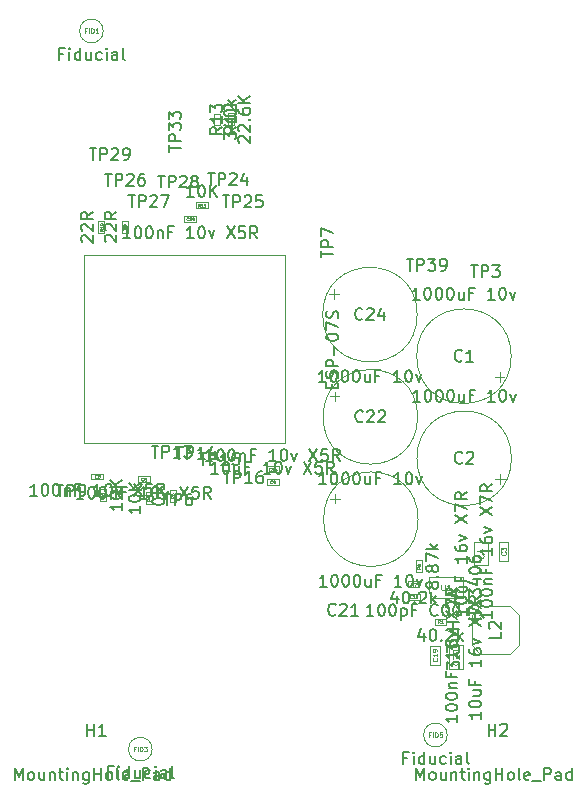
<source format=gbr>
G04 #@! TF.GenerationSoftware,KiCad,Pcbnew,(5.1.10)-1*
G04 #@! TF.CreationDate,2021-11-22T18:42:53+05:30*
G04 #@! TF.ProjectId,P-1000072_Cicada Wi-Fi,502d3130-3030-4303-9732-5f4369636164,0.1*
G04 #@! TF.SameCoordinates,PX7cee6c0PY3dfd240*
G04 #@! TF.FileFunction,Other,Fab,Top*
%FSLAX46Y46*%
G04 Gerber Fmt 4.6, Leading zero omitted, Abs format (unit mm)*
G04 Created by KiCad (PCBNEW (5.1.10)-1) date 2021-11-22 18:42:53*
%MOMM*%
%LPD*%
G01*
G04 APERTURE LIST*
%ADD10C,0.100000*%
%ADD11C,0.150000*%
%ADD12C,0.040000*%
%ADD13C,0.075000*%
%ADD14C,0.080000*%
%ADD15C,0.060000*%
G04 APERTURE END LIST*
D10*
X-720000Y-16710000D02*
X-720000Y-32710000D01*
X-720000Y-32710000D02*
X-17720000Y-32710000D01*
X-17720000Y-16710000D02*
X-720000Y-16710000D01*
X-17720000Y-32710000D02*
X-17720000Y-16710000D01*
X3503641Y-28309640D02*
X3503641Y-29109640D01*
X3103641Y-28709640D02*
X3903641Y-28709640D01*
X10530400Y-30457140D02*
G75*
G03*
X10530400Y-30457140I-4000000J0D01*
G01*
X3463001Y-19650780D02*
X3463001Y-20450780D01*
X3063001Y-20050780D02*
X3863001Y-20050780D01*
X10489760Y-21798280D02*
G75*
G03*
X10489760Y-21798280I-4000000J0D01*
G01*
X-16490760Y-13891500D02*
X-15990760Y-13891500D01*
X-15990760Y-13891500D02*
X-15990760Y-14891500D01*
X-15990760Y-14891500D02*
X-16490760Y-14891500D01*
X-16490760Y-14891500D02*
X-16490760Y-13891500D01*
X-14501940Y-13856220D02*
X-14001940Y-13856220D01*
X-14001940Y-13856220D02*
X-14001940Y-14856220D01*
X-14001940Y-14856220D02*
X-14501940Y-14856220D01*
X-14501940Y-14856220D02*
X-14501940Y-13856220D01*
X-10468420Y-36632120D02*
X-9968420Y-36632120D01*
X-9968420Y-36632120D02*
X-9968420Y-37632120D01*
X-9968420Y-37632120D02*
X-10468420Y-37632120D01*
X-10468420Y-37632120D02*
X-10468420Y-36632120D01*
X-8254480Y-12297600D02*
X-7254480Y-12297600D01*
X-8254480Y-12797600D02*
X-8254480Y-12297600D01*
X-7254480Y-12797600D02*
X-8254480Y-12797600D01*
X-7254480Y-12297600D02*
X-7254480Y-12797600D01*
X-15871380Y-36589220D02*
X-15871380Y-37589220D01*
X-16371380Y-36589220D02*
X-15871380Y-36589220D01*
X-16371380Y-37589220D02*
X-16371380Y-36589220D01*
X-15871380Y-37589220D02*
X-16371380Y-37589220D01*
X-12475020Y-37853380D02*
X-12475020Y-36853380D01*
X-11975020Y-37853380D02*
X-12475020Y-37853380D01*
X-11975020Y-36853380D02*
X-11975020Y-37853380D01*
X-12475020Y-36853380D02*
X-11975020Y-36853380D01*
X-8224760Y-13960920D02*
X-9224760Y-13960920D01*
X-8224760Y-13460920D02*
X-8224760Y-13960920D01*
X-9224760Y-13460920D02*
X-8224760Y-13460920D01*
X-9224760Y-13960920D02*
X-9224760Y-13460920D01*
X-2245120Y-35718940D02*
X-1245120Y-35718940D01*
X-2245120Y-36218940D02*
X-2245120Y-35718940D01*
X-1245120Y-36218940D02*
X-2245120Y-36218940D01*
X-1245120Y-35718940D02*
X-1245120Y-36218940D01*
X-2245120Y-34647060D02*
X-1245120Y-34647060D01*
X-2245120Y-35147060D02*
X-2245120Y-34647060D01*
X-1245120Y-35147060D02*
X-2245120Y-35147060D01*
X-1245120Y-34647060D02*
X-1245120Y-35147060D01*
X-16101300Y-35756660D02*
X-17101300Y-35756660D01*
X-16101300Y-35256660D02*
X-16101300Y-35756660D01*
X-17101300Y-35256660D02*
X-16101300Y-35256660D01*
X-17101300Y-35756660D02*
X-17101300Y-35256660D01*
X-12169380Y-35997960D02*
X-13169380Y-35997960D01*
X-12169380Y-35497960D02*
X-12169380Y-35997960D01*
X-13169380Y-35497960D02*
X-12169380Y-35497960D01*
X-13169380Y-35997960D02*
X-13169380Y-35497960D01*
X18452540Y-25318720D02*
G75*
G03*
X18452540Y-25318720I-4000000J0D01*
G01*
X17879299Y-27066220D02*
X17079299Y-27066220D01*
X17479299Y-27466220D02*
X17479299Y-26666220D01*
X17499619Y-36109840D02*
X17499619Y-35309840D01*
X17899619Y-35709840D02*
X17099619Y-35709840D01*
X18472860Y-33962340D02*
G75*
G03*
X18472860Y-33962340I-4000000J0D01*
G01*
X15101820Y-47251380D02*
X15101820Y-48501380D01*
X15851820Y-46501380D02*
X15101820Y-47251380D01*
X17101820Y-46501380D02*
X15851820Y-46501380D01*
X15101820Y-49751380D02*
X15101820Y-48501380D01*
X15851820Y-50501380D02*
X15101820Y-49751380D01*
X17101820Y-50501380D02*
X15851820Y-50501380D01*
X19101820Y-49751380D02*
X19101820Y-48501380D01*
X18351820Y-50501380D02*
X19101820Y-49751380D01*
X17101820Y-50501380D02*
X18351820Y-50501380D01*
X19101820Y-47251380D02*
X19101820Y-48501380D01*
X18351820Y-46501380D02*
X19101820Y-47251380D01*
X17101820Y-46501380D02*
X18351820Y-46501380D01*
X11476020Y-44046880D02*
X14376020Y-44046880D01*
X14376020Y-44046880D02*
X14376020Y-45806880D01*
X11926020Y-45806880D02*
X14376020Y-45806880D01*
X11476020Y-44046880D02*
X11476020Y-45356880D01*
X11926020Y-45806880D02*
X11476020Y-45356880D01*
X10905300Y-42613820D02*
X10905300Y-43613820D01*
X10405300Y-42613820D02*
X10905300Y-42613820D01*
X10405300Y-43613820D02*
X10405300Y-42613820D01*
X10905300Y-43613820D02*
X10405300Y-43613820D01*
X10682860Y-44875260D02*
X9682860Y-44875260D01*
X10682860Y-44375260D02*
X10682860Y-44875260D01*
X9682860Y-44375260D02*
X10682860Y-44375260D01*
X9682860Y-44875260D02*
X9682860Y-44375260D01*
X12966460Y-48042640D02*
X11966460Y-48042640D01*
X12966460Y-47542640D02*
X12966460Y-48042640D01*
X11966460Y-47542640D02*
X12966460Y-47542640D01*
X11966460Y-48042640D02*
X11966460Y-47542640D01*
X3539081Y-36968500D02*
X3539081Y-37768500D01*
X3139081Y-37368500D02*
X3939081Y-37368500D01*
X10565840Y-39116000D02*
G75*
G03*
X10565840Y-39116000I-4000000J0D01*
G01*
X14382040Y-49810400D02*
X14382040Y-51810400D01*
X13182040Y-49810400D02*
X14382040Y-49810400D01*
X13182040Y-51810400D02*
X13182040Y-49810400D01*
X14382040Y-51810400D02*
X13182040Y-51810400D01*
X12411660Y-49824640D02*
X12411660Y-51424640D01*
X11611660Y-49824640D02*
X12411660Y-49824640D01*
X11611660Y-51424640D02*
X11611660Y-49824640D01*
X12411660Y-51424640D02*
X11611660Y-51424640D01*
X10693160Y-45929360D02*
X9693160Y-45929360D01*
X10693160Y-45429360D02*
X10693160Y-45929360D01*
X9693160Y-45429360D02*
X10693160Y-45429360D01*
X9693160Y-45929360D02*
X9693160Y-45429360D01*
X15295320Y-43034700D02*
X15295320Y-41034700D01*
X16495320Y-43034700D02*
X15295320Y-43034700D01*
X16495320Y-41034700D02*
X16495320Y-43034700D01*
X15295320Y-41034700D02*
X16495320Y-41034700D01*
X17420640Y-42638880D02*
X17420640Y-41038880D01*
X18220640Y-42638880D02*
X17420640Y-42638880D01*
X18220640Y-41038880D02*
X18220640Y-42638880D01*
X17420640Y-41038880D02*
X18220640Y-41038880D01*
X13040000Y-57390000D02*
G75*
G03*
X13040000Y-57390000I-1000000J0D01*
G01*
X-11948920Y-58592720D02*
G75*
G03*
X-11948920Y-58592720I-1000000J0D01*
G01*
X-16090000Y2220000D02*
G75*
G03*
X-16090000Y2220000I-1000000J0D01*
G01*
X-6227000Y-5773040D02*
X-6727000Y-5773040D01*
X-6727000Y-5773040D02*
X-6727000Y-4773040D01*
X-6727000Y-4773040D02*
X-6227000Y-4773040D01*
X-6227000Y-4773040D02*
X-6227000Y-5773040D01*
X-5028120Y-5760480D02*
X-5528120Y-5760480D01*
X-5528120Y-5760480D02*
X-5528120Y-4760480D01*
X-5528120Y-4760480D02*
X-5028120Y-4760480D01*
X-5028120Y-4760480D02*
X-5028120Y-5760480D01*
D11*
X3279611Y-28039535D02*
X3279611Y-27706201D01*
X3803420Y-27563344D02*
X3803420Y-28039535D01*
X2803420Y-28039535D01*
X2803420Y-27563344D01*
X3755801Y-27182392D02*
X3803420Y-27039535D01*
X3803420Y-26801440D01*
X3755801Y-26706201D01*
X3708182Y-26658582D01*
X3612944Y-26610963D01*
X3517706Y-26610963D01*
X3422468Y-26658582D01*
X3374849Y-26706201D01*
X3327230Y-26801440D01*
X3279611Y-26991916D01*
X3231992Y-27087154D01*
X3184373Y-27134773D01*
X3089135Y-27182392D01*
X2993897Y-27182392D01*
X2898659Y-27134773D01*
X2851040Y-27087154D01*
X2803420Y-26991916D01*
X2803420Y-26753820D01*
X2851040Y-26610963D01*
X3803420Y-26182392D02*
X2803420Y-26182392D01*
X2803420Y-25801440D01*
X2851040Y-25706201D01*
X2898659Y-25658582D01*
X2993897Y-25610963D01*
X3136754Y-25610963D01*
X3231992Y-25658582D01*
X3279611Y-25706201D01*
X3327230Y-25801440D01*
X3327230Y-26182392D01*
X3422468Y-25182392D02*
X3422468Y-24420487D01*
X2803420Y-23753820D02*
X2803420Y-23658582D01*
X2851040Y-23563344D01*
X2898659Y-23515725D01*
X2993897Y-23468106D01*
X3184373Y-23420487D01*
X3422468Y-23420487D01*
X3612944Y-23468106D01*
X3708182Y-23515725D01*
X3755801Y-23563344D01*
X3803420Y-23658582D01*
X3803420Y-23753820D01*
X3755801Y-23849059D01*
X3708182Y-23896678D01*
X3612944Y-23944297D01*
X3422468Y-23991916D01*
X3184373Y-23991916D01*
X2993897Y-23944297D01*
X2898659Y-23896678D01*
X2851040Y-23849059D01*
X2803420Y-23753820D01*
X2803420Y-23087154D02*
X2803420Y-22420487D01*
X3803420Y-22849059D01*
X3755801Y-22087154D02*
X3803420Y-21944297D01*
X3803420Y-21706201D01*
X3755801Y-21610963D01*
X3708182Y-21563344D01*
X3612944Y-21515725D01*
X3517706Y-21515725D01*
X3422468Y-21563344D01*
X3374849Y-21610963D01*
X3327230Y-21706201D01*
X3279611Y-21896678D01*
X3231992Y-21991916D01*
X3184373Y-22039535D01*
X3089135Y-22087154D01*
X2993897Y-22087154D01*
X2898659Y-22039535D01*
X2851040Y-21991916D01*
X2803420Y-21896678D01*
X2803420Y-21658582D01*
X2851040Y-21515725D01*
X2792304Y-36159520D02*
X2220876Y-36159520D01*
X2506590Y-36159520D02*
X2506590Y-35159520D01*
X2411352Y-35302378D01*
X2316114Y-35397616D01*
X2220876Y-35445235D01*
X3411352Y-35159520D02*
X3506590Y-35159520D01*
X3601828Y-35207140D01*
X3649447Y-35254759D01*
X3697066Y-35349997D01*
X3744685Y-35540473D01*
X3744685Y-35778568D01*
X3697066Y-35969044D01*
X3649447Y-36064282D01*
X3601828Y-36111901D01*
X3506590Y-36159520D01*
X3411352Y-36159520D01*
X3316114Y-36111901D01*
X3268495Y-36064282D01*
X3220876Y-35969044D01*
X3173257Y-35778568D01*
X3173257Y-35540473D01*
X3220876Y-35349997D01*
X3268495Y-35254759D01*
X3316114Y-35207140D01*
X3411352Y-35159520D01*
X4363733Y-35159520D02*
X4458971Y-35159520D01*
X4554209Y-35207140D01*
X4601828Y-35254759D01*
X4649447Y-35349997D01*
X4697066Y-35540473D01*
X4697066Y-35778568D01*
X4649447Y-35969044D01*
X4601828Y-36064282D01*
X4554209Y-36111901D01*
X4458971Y-36159520D01*
X4363733Y-36159520D01*
X4268495Y-36111901D01*
X4220876Y-36064282D01*
X4173257Y-35969044D01*
X4125638Y-35778568D01*
X4125638Y-35540473D01*
X4173257Y-35349997D01*
X4220876Y-35254759D01*
X4268495Y-35207140D01*
X4363733Y-35159520D01*
X5316114Y-35159520D02*
X5411352Y-35159520D01*
X5506590Y-35207140D01*
X5554209Y-35254759D01*
X5601828Y-35349997D01*
X5649447Y-35540473D01*
X5649447Y-35778568D01*
X5601828Y-35969044D01*
X5554209Y-36064282D01*
X5506590Y-36111901D01*
X5411352Y-36159520D01*
X5316114Y-36159520D01*
X5220876Y-36111901D01*
X5173257Y-36064282D01*
X5125638Y-35969044D01*
X5078019Y-35778568D01*
X5078019Y-35540473D01*
X5125638Y-35349997D01*
X5173257Y-35254759D01*
X5220876Y-35207140D01*
X5316114Y-35159520D01*
X6506590Y-35492854D02*
X6506590Y-36159520D01*
X6078019Y-35492854D02*
X6078019Y-36016663D01*
X6125638Y-36111901D01*
X6220876Y-36159520D01*
X6363733Y-36159520D01*
X6458971Y-36111901D01*
X6506590Y-36064282D01*
X7316114Y-35635711D02*
X6982780Y-35635711D01*
X6982780Y-36159520D02*
X6982780Y-35159520D01*
X7458971Y-35159520D01*
X9125638Y-36159520D02*
X8554209Y-36159520D01*
X8839923Y-36159520D02*
X8839923Y-35159520D01*
X8744685Y-35302378D01*
X8649447Y-35397616D01*
X8554209Y-35445235D01*
X9744685Y-35159520D02*
X9839923Y-35159520D01*
X9935161Y-35207140D01*
X9982780Y-35254759D01*
X10030400Y-35349997D01*
X10078019Y-35540473D01*
X10078019Y-35778568D01*
X10030400Y-35969044D01*
X9982780Y-36064282D01*
X9935161Y-36111901D01*
X9839923Y-36159520D01*
X9744685Y-36159520D01*
X9649447Y-36111901D01*
X9601828Y-36064282D01*
X9554209Y-35969044D01*
X9506590Y-35778568D01*
X9506590Y-35540473D01*
X9554209Y-35349997D01*
X9601828Y-35254759D01*
X9649447Y-35207140D01*
X9744685Y-35159520D01*
X10411352Y-35492854D02*
X10649447Y-36159520D01*
X10887542Y-35492854D01*
X5887542Y-30814282D02*
X5839923Y-30861901D01*
X5697066Y-30909520D01*
X5601828Y-30909520D01*
X5458971Y-30861901D01*
X5363733Y-30766663D01*
X5316114Y-30671425D01*
X5268495Y-30480949D01*
X5268495Y-30338092D01*
X5316114Y-30147616D01*
X5363733Y-30052378D01*
X5458971Y-29957140D01*
X5601828Y-29909520D01*
X5697066Y-29909520D01*
X5839923Y-29957140D01*
X5887542Y-30004759D01*
X6268495Y-30004759D02*
X6316114Y-29957140D01*
X6411352Y-29909520D01*
X6649447Y-29909520D01*
X6744685Y-29957140D01*
X6792304Y-30004759D01*
X6839923Y-30099997D01*
X6839923Y-30195235D01*
X6792304Y-30338092D01*
X6220876Y-30909520D01*
X6839923Y-30909520D01*
X7220876Y-30004759D02*
X7268495Y-29957140D01*
X7363733Y-29909520D01*
X7601828Y-29909520D01*
X7697066Y-29957140D01*
X7744685Y-30004759D01*
X7792304Y-30099997D01*
X7792304Y-30195235D01*
X7744685Y-30338092D01*
X7173257Y-30909520D01*
X7792304Y-30909520D01*
X2751664Y-27500660D02*
X2180236Y-27500660D01*
X2465950Y-27500660D02*
X2465950Y-26500660D01*
X2370712Y-26643518D01*
X2275474Y-26738756D01*
X2180236Y-26786375D01*
X3370712Y-26500660D02*
X3465950Y-26500660D01*
X3561188Y-26548280D01*
X3608807Y-26595899D01*
X3656426Y-26691137D01*
X3704045Y-26881613D01*
X3704045Y-27119708D01*
X3656426Y-27310184D01*
X3608807Y-27405422D01*
X3561188Y-27453041D01*
X3465950Y-27500660D01*
X3370712Y-27500660D01*
X3275474Y-27453041D01*
X3227855Y-27405422D01*
X3180236Y-27310184D01*
X3132617Y-27119708D01*
X3132617Y-26881613D01*
X3180236Y-26691137D01*
X3227855Y-26595899D01*
X3275474Y-26548280D01*
X3370712Y-26500660D01*
X4323093Y-26500660D02*
X4418331Y-26500660D01*
X4513569Y-26548280D01*
X4561188Y-26595899D01*
X4608807Y-26691137D01*
X4656426Y-26881613D01*
X4656426Y-27119708D01*
X4608807Y-27310184D01*
X4561188Y-27405422D01*
X4513569Y-27453041D01*
X4418331Y-27500660D01*
X4323093Y-27500660D01*
X4227855Y-27453041D01*
X4180236Y-27405422D01*
X4132617Y-27310184D01*
X4084998Y-27119708D01*
X4084998Y-26881613D01*
X4132617Y-26691137D01*
X4180236Y-26595899D01*
X4227855Y-26548280D01*
X4323093Y-26500660D01*
X5275474Y-26500660D02*
X5370712Y-26500660D01*
X5465950Y-26548280D01*
X5513569Y-26595899D01*
X5561188Y-26691137D01*
X5608807Y-26881613D01*
X5608807Y-27119708D01*
X5561188Y-27310184D01*
X5513569Y-27405422D01*
X5465950Y-27453041D01*
X5370712Y-27500660D01*
X5275474Y-27500660D01*
X5180236Y-27453041D01*
X5132617Y-27405422D01*
X5084998Y-27310184D01*
X5037379Y-27119708D01*
X5037379Y-26881613D01*
X5084998Y-26691137D01*
X5132617Y-26595899D01*
X5180236Y-26548280D01*
X5275474Y-26500660D01*
X6465950Y-26833994D02*
X6465950Y-27500660D01*
X6037379Y-26833994D02*
X6037379Y-27357803D01*
X6084998Y-27453041D01*
X6180236Y-27500660D01*
X6323093Y-27500660D01*
X6418331Y-27453041D01*
X6465950Y-27405422D01*
X7275474Y-26976851D02*
X6942140Y-26976851D01*
X6942140Y-27500660D02*
X6942140Y-26500660D01*
X7418331Y-26500660D01*
X9084998Y-27500660D02*
X8513569Y-27500660D01*
X8799283Y-27500660D02*
X8799283Y-26500660D01*
X8704045Y-26643518D01*
X8608807Y-26738756D01*
X8513569Y-26786375D01*
X9704045Y-26500660D02*
X9799283Y-26500660D01*
X9894521Y-26548280D01*
X9942140Y-26595899D01*
X9989760Y-26691137D01*
X10037379Y-26881613D01*
X10037379Y-27119708D01*
X9989760Y-27310184D01*
X9942140Y-27405422D01*
X9894521Y-27453041D01*
X9799283Y-27500660D01*
X9704045Y-27500660D01*
X9608807Y-27453041D01*
X9561188Y-27405422D01*
X9513569Y-27310184D01*
X9465950Y-27119708D01*
X9465950Y-26881613D01*
X9513569Y-26691137D01*
X9561188Y-26595899D01*
X9608807Y-26548280D01*
X9704045Y-26500660D01*
X10370712Y-26833994D02*
X10608807Y-27500660D01*
X10846902Y-26833994D01*
X5846902Y-22155422D02*
X5799283Y-22203041D01*
X5656426Y-22250660D01*
X5561188Y-22250660D01*
X5418331Y-22203041D01*
X5323093Y-22107803D01*
X5275474Y-22012565D01*
X5227855Y-21822089D01*
X5227855Y-21679232D01*
X5275474Y-21488756D01*
X5323093Y-21393518D01*
X5418331Y-21298280D01*
X5561188Y-21250660D01*
X5656426Y-21250660D01*
X5799283Y-21298280D01*
X5846902Y-21345899D01*
X6227855Y-21345899D02*
X6275474Y-21298280D01*
X6370712Y-21250660D01*
X6608807Y-21250660D01*
X6704045Y-21298280D01*
X6751664Y-21345899D01*
X6799283Y-21441137D01*
X6799283Y-21536375D01*
X6751664Y-21679232D01*
X6180236Y-22250660D01*
X6799283Y-22250660D01*
X7656426Y-21583994D02*
X7656426Y-22250660D01*
X7418331Y-21203041D02*
X7180236Y-21917327D01*
X7799283Y-21917327D01*
X-17863141Y-15653404D02*
X-17910760Y-15605785D01*
X-17958380Y-15510547D01*
X-17958380Y-15272452D01*
X-17910760Y-15177214D01*
X-17863141Y-15129595D01*
X-17767903Y-15081976D01*
X-17672665Y-15081976D01*
X-17529808Y-15129595D01*
X-16958380Y-15701023D01*
X-16958380Y-15081976D01*
X-17863141Y-14701023D02*
X-17910760Y-14653404D01*
X-17958380Y-14558166D01*
X-17958380Y-14320071D01*
X-17910760Y-14224833D01*
X-17863141Y-14177214D01*
X-17767903Y-14129595D01*
X-17672665Y-14129595D01*
X-17529808Y-14177214D01*
X-16958380Y-14748642D01*
X-16958380Y-14129595D01*
X-16958380Y-13129595D02*
X-17434570Y-13462928D01*
X-16958380Y-13701023D02*
X-17958380Y-13701023D01*
X-17958380Y-13320071D01*
X-17910760Y-13224833D01*
X-17863141Y-13177214D01*
X-17767903Y-13129595D01*
X-17625046Y-13129595D01*
X-17529808Y-13177214D01*
X-17482189Y-13224833D01*
X-17434570Y-13320071D01*
X-17434570Y-13701023D01*
D12*
X-16127665Y-14552214D02*
X-16246713Y-14635547D01*
X-16127665Y-14695071D02*
X-16377665Y-14695071D01*
X-16377665Y-14599833D01*
X-16365760Y-14576023D01*
X-16353856Y-14564119D01*
X-16330046Y-14552214D01*
X-16294332Y-14552214D01*
X-16270522Y-14564119D01*
X-16258618Y-14576023D01*
X-16246713Y-14599833D01*
X-16246713Y-14695071D01*
X-16127665Y-14314119D02*
X-16127665Y-14456976D01*
X-16127665Y-14385547D02*
X-16377665Y-14385547D01*
X-16341951Y-14409357D01*
X-16318141Y-14433166D01*
X-16306237Y-14456976D01*
X-16377665Y-14159357D02*
X-16377665Y-14135547D01*
X-16365760Y-14111738D01*
X-16353856Y-14099833D01*
X-16330046Y-14087928D01*
X-16282427Y-14076023D01*
X-16222903Y-14076023D01*
X-16175284Y-14087928D01*
X-16151475Y-14099833D01*
X-16139570Y-14111738D01*
X-16127665Y-14135547D01*
X-16127665Y-14159357D01*
X-16139570Y-14183166D01*
X-16151475Y-14195071D01*
X-16175284Y-14206976D01*
X-16222903Y-14218880D01*
X-16282427Y-14218880D01*
X-16330046Y-14206976D01*
X-16353856Y-14195071D01*
X-16365760Y-14183166D01*
X-16377665Y-14159357D01*
D11*
X-15874321Y-15618124D02*
X-15921940Y-15570505D01*
X-15969560Y-15475267D01*
X-15969560Y-15237172D01*
X-15921940Y-15141934D01*
X-15874321Y-15094315D01*
X-15779083Y-15046696D01*
X-15683845Y-15046696D01*
X-15540988Y-15094315D01*
X-14969560Y-15665743D01*
X-14969560Y-15046696D01*
X-15874321Y-14665743D02*
X-15921940Y-14618124D01*
X-15969560Y-14522886D01*
X-15969560Y-14284791D01*
X-15921940Y-14189553D01*
X-15874321Y-14141934D01*
X-15779083Y-14094315D01*
X-15683845Y-14094315D01*
X-15540988Y-14141934D01*
X-14969560Y-14713362D01*
X-14969560Y-14094315D01*
X-14969560Y-13094315D02*
X-15445750Y-13427648D01*
X-14969560Y-13665743D02*
X-15969560Y-13665743D01*
X-15969560Y-13284791D01*
X-15921940Y-13189553D01*
X-15874321Y-13141934D01*
X-15779083Y-13094315D01*
X-15636226Y-13094315D01*
X-15540988Y-13141934D01*
X-15493369Y-13189553D01*
X-15445750Y-13284791D01*
X-15445750Y-13665743D01*
D12*
X-14138845Y-14397886D02*
X-14257893Y-14481220D01*
X-14138845Y-14540743D02*
X-14388845Y-14540743D01*
X-14388845Y-14445505D01*
X-14376940Y-14421696D01*
X-14365036Y-14409791D01*
X-14341226Y-14397886D01*
X-14305512Y-14397886D01*
X-14281702Y-14409791D01*
X-14269798Y-14421696D01*
X-14257893Y-14445505D01*
X-14257893Y-14540743D01*
X-14138845Y-14278839D02*
X-14138845Y-14231220D01*
X-14150750Y-14207410D01*
X-14162655Y-14195505D01*
X-14198369Y-14171696D01*
X-14245988Y-14159791D01*
X-14341226Y-14159791D01*
X-14365036Y-14171696D01*
X-14376940Y-14183600D01*
X-14388845Y-14207410D01*
X-14388845Y-14255029D01*
X-14376940Y-14278839D01*
X-14365036Y-14290743D01*
X-14341226Y-14302648D01*
X-14281702Y-14302648D01*
X-14257893Y-14290743D01*
X-14245988Y-14278839D01*
X-14234083Y-14255029D01*
X-14234083Y-14207410D01*
X-14245988Y-14183600D01*
X-14257893Y-14171696D01*
X-14281702Y-14159791D01*
D11*
X-11936040Y-37679739D02*
X-11936040Y-37584500D01*
X-11888420Y-37489262D01*
X-11840801Y-37441643D01*
X-11745563Y-37394024D01*
X-11555087Y-37346405D01*
X-11316992Y-37346405D01*
X-11126516Y-37394024D01*
X-11031278Y-37441643D01*
X-10983659Y-37489262D01*
X-10936040Y-37584500D01*
X-10936040Y-37679739D01*
X-10983659Y-37774977D01*
X-11031278Y-37822596D01*
X-11126516Y-37870215D01*
X-11316992Y-37917834D01*
X-11555087Y-37917834D01*
X-11745563Y-37870215D01*
X-11840801Y-37822596D01*
X-11888420Y-37774977D01*
X-11936040Y-37679739D01*
X-10936040Y-36346405D02*
X-11412230Y-36679739D01*
X-10936040Y-36917834D02*
X-11936040Y-36917834D01*
X-11936040Y-36536881D01*
X-11888420Y-36441643D01*
X-11840801Y-36394024D01*
X-11745563Y-36346405D01*
X-11602706Y-36346405D01*
X-11507468Y-36394024D01*
X-11459849Y-36441643D01*
X-11412230Y-36536881D01*
X-11412230Y-36917834D01*
D12*
X-10105325Y-37173786D02*
X-10224373Y-37257120D01*
X-10105325Y-37316643D02*
X-10355325Y-37316643D01*
X-10355325Y-37221405D01*
X-10343420Y-37197596D01*
X-10331516Y-37185691D01*
X-10307706Y-37173786D01*
X-10271992Y-37173786D01*
X-10248182Y-37185691D01*
X-10236278Y-37197596D01*
X-10224373Y-37221405D01*
X-10224373Y-37316643D01*
X-10355325Y-36959500D02*
X-10355325Y-37007120D01*
X-10343420Y-37030929D01*
X-10331516Y-37042834D01*
X-10295801Y-37066643D01*
X-10248182Y-37078548D01*
X-10152944Y-37078548D01*
X-10129135Y-37066643D01*
X-10117230Y-37054739D01*
X-10105325Y-37030929D01*
X-10105325Y-36983310D01*
X-10117230Y-36959500D01*
X-10129135Y-36947596D01*
X-10152944Y-36935691D01*
X-10212468Y-36935691D01*
X-10236278Y-36947596D01*
X-10248182Y-36959500D01*
X-10260087Y-36983310D01*
X-10260087Y-37030929D01*
X-10248182Y-37054739D01*
X-10236278Y-37066643D01*
X-10212468Y-37078548D01*
D11*
X-8444957Y-11829980D02*
X-9016385Y-11829980D01*
X-8730671Y-11829980D02*
X-8730671Y-10829980D01*
X-8825909Y-10972838D01*
X-8921147Y-11068076D01*
X-9016385Y-11115695D01*
X-7825909Y-10829980D02*
X-7730671Y-10829980D01*
X-7635433Y-10877600D01*
X-7587814Y-10925219D01*
X-7540195Y-11020457D01*
X-7492576Y-11210933D01*
X-7492576Y-11449028D01*
X-7540195Y-11639504D01*
X-7587814Y-11734742D01*
X-7635433Y-11782361D01*
X-7730671Y-11829980D01*
X-7825909Y-11829980D01*
X-7921147Y-11782361D01*
X-7968766Y-11734742D01*
X-8016385Y-11639504D01*
X-8064004Y-11449028D01*
X-8064004Y-11210933D01*
X-8016385Y-11020457D01*
X-7968766Y-10925219D01*
X-7921147Y-10877600D01*
X-7825909Y-10829980D01*
X-7064004Y-11829980D02*
X-7064004Y-10829980D01*
X-6492576Y-11829980D02*
X-6921147Y-11258552D01*
X-6492576Y-10829980D02*
X-7064004Y-11401409D01*
D12*
X-7915195Y-12660695D02*
X-7998528Y-12541647D01*
X-8058052Y-12660695D02*
X-8058052Y-12410695D01*
X-7962814Y-12410695D01*
X-7939004Y-12422600D01*
X-7927100Y-12434504D01*
X-7915195Y-12458314D01*
X-7915195Y-12494028D01*
X-7927100Y-12517838D01*
X-7939004Y-12529742D01*
X-7962814Y-12541647D01*
X-8058052Y-12541647D01*
X-7677100Y-12660695D02*
X-7819957Y-12660695D01*
X-7748528Y-12660695D02*
X-7748528Y-12410695D01*
X-7772338Y-12446409D01*
X-7796147Y-12470219D01*
X-7819957Y-12482123D01*
X-7439004Y-12660695D02*
X-7581861Y-12660695D01*
X-7510433Y-12660695D02*
X-7510433Y-12410695D01*
X-7534242Y-12446409D01*
X-7558052Y-12470219D01*
X-7581861Y-12482123D01*
D11*
X-14499000Y-37779696D02*
X-14499000Y-38351124D01*
X-14499000Y-38065410D02*
X-15499000Y-38065410D01*
X-15356142Y-38160648D01*
X-15260904Y-38255886D01*
X-15213285Y-38351124D01*
X-15499000Y-37160648D02*
X-15499000Y-37065410D01*
X-15451380Y-36970172D01*
X-15403761Y-36922553D01*
X-15308523Y-36874934D01*
X-15118047Y-36827315D01*
X-14879952Y-36827315D01*
X-14689476Y-36874934D01*
X-14594238Y-36922553D01*
X-14546619Y-36970172D01*
X-14499000Y-37065410D01*
X-14499000Y-37160648D01*
X-14546619Y-37255886D01*
X-14594238Y-37303505D01*
X-14689476Y-37351124D01*
X-14879952Y-37398743D01*
X-15118047Y-37398743D01*
X-15308523Y-37351124D01*
X-15403761Y-37303505D01*
X-15451380Y-37255886D01*
X-15499000Y-37160648D01*
X-14499000Y-36398743D02*
X-15499000Y-36398743D01*
X-14499000Y-35827315D02*
X-15070428Y-36255886D01*
X-15499000Y-35827315D02*
X-14927571Y-36398743D01*
D12*
X-16008285Y-37130886D02*
X-16127333Y-37214220D01*
X-16008285Y-37273743D02*
X-16258285Y-37273743D01*
X-16258285Y-37178505D01*
X-16246380Y-37154696D01*
X-16234476Y-37142791D01*
X-16210666Y-37130886D01*
X-16174952Y-37130886D01*
X-16151142Y-37142791D01*
X-16139238Y-37154696D01*
X-16127333Y-37178505D01*
X-16127333Y-37273743D01*
X-16258285Y-36904696D02*
X-16258285Y-37023743D01*
X-16139238Y-37035648D01*
X-16151142Y-37023743D01*
X-16163047Y-36999934D01*
X-16163047Y-36940410D01*
X-16151142Y-36916600D01*
X-16139238Y-36904696D01*
X-16115428Y-36892791D01*
X-16055904Y-36892791D01*
X-16032095Y-36904696D01*
X-16020190Y-36916600D01*
X-16008285Y-36940410D01*
X-16008285Y-36999934D01*
X-16020190Y-37023743D01*
X-16032095Y-37035648D01*
D11*
X-12942640Y-38043856D02*
X-12942640Y-38615284D01*
X-12942640Y-38329570D02*
X-13942640Y-38329570D01*
X-13799782Y-38424808D01*
X-13704544Y-38520046D01*
X-13656925Y-38615284D01*
X-13942640Y-37424808D02*
X-13942640Y-37329570D01*
X-13895020Y-37234332D01*
X-13847401Y-37186713D01*
X-13752163Y-37139094D01*
X-13561687Y-37091475D01*
X-13323592Y-37091475D01*
X-13133116Y-37139094D01*
X-13037878Y-37186713D01*
X-12990259Y-37234332D01*
X-12942640Y-37329570D01*
X-12942640Y-37424808D01*
X-12990259Y-37520046D01*
X-13037878Y-37567665D01*
X-13133116Y-37615284D01*
X-13323592Y-37662903D01*
X-13561687Y-37662903D01*
X-13752163Y-37615284D01*
X-13847401Y-37567665D01*
X-13895020Y-37520046D01*
X-13942640Y-37424808D01*
X-12942640Y-36662903D02*
X-13942640Y-36662903D01*
X-12942640Y-36091475D02*
X-13514068Y-36520046D01*
X-13942640Y-36091475D02*
X-13371211Y-36662903D01*
D12*
X-12111925Y-37395046D02*
X-12230973Y-37478380D01*
X-12111925Y-37537903D02*
X-12361925Y-37537903D01*
X-12361925Y-37442665D01*
X-12350020Y-37418856D01*
X-12338116Y-37406951D01*
X-12314306Y-37395046D01*
X-12278592Y-37395046D01*
X-12254782Y-37406951D01*
X-12242878Y-37418856D01*
X-12230973Y-37442665D01*
X-12230973Y-37537903D01*
X-12278592Y-37180760D02*
X-12111925Y-37180760D01*
X-12373830Y-37240284D02*
X-12195259Y-37299808D01*
X-12195259Y-37145046D01*
D11*
X-13819999Y-15333300D02*
X-14391427Y-15333300D01*
X-14105713Y-15333300D02*
X-14105713Y-14333300D01*
X-14200951Y-14476158D01*
X-14296189Y-14571396D01*
X-14391427Y-14619015D01*
X-13200951Y-14333300D02*
X-13105713Y-14333300D01*
X-13010475Y-14380920D01*
X-12962856Y-14428539D01*
X-12915237Y-14523777D01*
X-12867618Y-14714253D01*
X-12867618Y-14952348D01*
X-12915237Y-15142824D01*
X-12962856Y-15238062D01*
X-13010475Y-15285681D01*
X-13105713Y-15333300D01*
X-13200951Y-15333300D01*
X-13296189Y-15285681D01*
X-13343808Y-15238062D01*
X-13391427Y-15142824D01*
X-13439046Y-14952348D01*
X-13439046Y-14714253D01*
X-13391427Y-14523777D01*
X-13343808Y-14428539D01*
X-13296189Y-14380920D01*
X-13200951Y-14333300D01*
X-12248570Y-14333300D02*
X-12153332Y-14333300D01*
X-12058094Y-14380920D01*
X-12010475Y-14428539D01*
X-11962856Y-14523777D01*
X-11915237Y-14714253D01*
X-11915237Y-14952348D01*
X-11962856Y-15142824D01*
X-12010475Y-15238062D01*
X-12058094Y-15285681D01*
X-12153332Y-15333300D01*
X-12248570Y-15333300D01*
X-12343808Y-15285681D01*
X-12391427Y-15238062D01*
X-12439046Y-15142824D01*
X-12486665Y-14952348D01*
X-12486665Y-14714253D01*
X-12439046Y-14523777D01*
X-12391427Y-14428539D01*
X-12343808Y-14380920D01*
X-12248570Y-14333300D01*
X-11486665Y-14666634D02*
X-11486665Y-15333300D01*
X-11486665Y-14761872D02*
X-11439046Y-14714253D01*
X-11343808Y-14666634D01*
X-11200951Y-14666634D01*
X-11105713Y-14714253D01*
X-11058094Y-14809491D01*
X-11058094Y-15333300D01*
X-10248570Y-14809491D02*
X-10581903Y-14809491D01*
X-10581903Y-15333300D02*
X-10581903Y-14333300D01*
X-10105713Y-14333300D01*
X-8439046Y-15333300D02*
X-9010475Y-15333300D01*
X-8724760Y-15333300D02*
X-8724760Y-14333300D01*
X-8819999Y-14476158D01*
X-8915237Y-14571396D01*
X-9010475Y-14619015D01*
X-7819999Y-14333300D02*
X-7724760Y-14333300D01*
X-7629522Y-14380920D01*
X-7581903Y-14428539D01*
X-7534284Y-14523777D01*
X-7486665Y-14714253D01*
X-7486665Y-14952348D01*
X-7534284Y-15142824D01*
X-7581903Y-15238062D01*
X-7629522Y-15285681D01*
X-7724760Y-15333300D01*
X-7819999Y-15333300D01*
X-7915237Y-15285681D01*
X-7962856Y-15238062D01*
X-8010475Y-15142824D01*
X-8058094Y-14952348D01*
X-8058094Y-14714253D01*
X-8010475Y-14523777D01*
X-7962856Y-14428539D01*
X-7915237Y-14380920D01*
X-7819999Y-14333300D01*
X-7153332Y-14666634D02*
X-6915237Y-15333300D01*
X-6677141Y-14666634D01*
X-5629522Y-14333300D02*
X-4962856Y-15333300D01*
X-4962856Y-14333300D02*
X-5629522Y-15333300D01*
X-4105713Y-14333300D02*
X-4581903Y-14333300D01*
X-4629522Y-14809491D01*
X-4581903Y-14761872D01*
X-4486665Y-14714253D01*
X-4248570Y-14714253D01*
X-4153332Y-14761872D01*
X-4105713Y-14809491D01*
X-4058094Y-14904729D01*
X-4058094Y-15142824D01*
X-4105713Y-15238062D01*
X-4153332Y-15285681D01*
X-4248570Y-15333300D01*
X-4486665Y-15333300D01*
X-4581903Y-15285681D01*
X-4629522Y-15238062D01*
X-3058094Y-15333300D02*
X-3391427Y-14857110D01*
X-3629522Y-15333300D02*
X-3629522Y-14333300D01*
X-3248570Y-14333300D01*
X-3153332Y-14380920D01*
X-3105713Y-14428539D01*
X-3058094Y-14523777D01*
X-3058094Y-14666634D01*
X-3105713Y-14761872D01*
X-3153332Y-14809491D01*
X-3248570Y-14857110D01*
X-3629522Y-14857110D01*
D12*
X-8885475Y-13800205D02*
X-8897380Y-13812110D01*
X-8933094Y-13824015D01*
X-8956903Y-13824015D01*
X-8992618Y-13812110D01*
X-9016427Y-13788300D01*
X-9028332Y-13764491D01*
X-9040237Y-13716872D01*
X-9040237Y-13681158D01*
X-9028332Y-13633539D01*
X-9016427Y-13609729D01*
X-8992618Y-13585920D01*
X-8956903Y-13574015D01*
X-8933094Y-13574015D01*
X-8897380Y-13585920D01*
X-8885475Y-13597824D01*
X-8790237Y-13597824D02*
X-8778332Y-13585920D01*
X-8754522Y-13574015D01*
X-8694999Y-13574015D01*
X-8671189Y-13585920D01*
X-8659284Y-13597824D01*
X-8647380Y-13621634D01*
X-8647380Y-13645443D01*
X-8659284Y-13681158D01*
X-8802141Y-13824015D01*
X-8647380Y-13824015D01*
X-8528332Y-13824015D02*
X-8480713Y-13824015D01*
X-8456903Y-13812110D01*
X-8444999Y-13800205D01*
X-8421189Y-13764491D01*
X-8409284Y-13716872D01*
X-8409284Y-13621634D01*
X-8421189Y-13597824D01*
X-8433094Y-13585920D01*
X-8456903Y-13574015D01*
X-8504522Y-13574015D01*
X-8528332Y-13585920D01*
X-8540237Y-13597824D01*
X-8552141Y-13621634D01*
X-8552141Y-13681158D01*
X-8540237Y-13704967D01*
X-8528332Y-13716872D01*
X-8504522Y-13728777D01*
X-8456903Y-13728777D01*
X-8433094Y-13716872D01*
X-8421189Y-13704967D01*
X-8409284Y-13681158D01*
D11*
X-6364168Y-35251320D02*
X-6935597Y-35251320D01*
X-6649882Y-35251320D02*
X-6649882Y-34251320D01*
X-6745120Y-34394178D01*
X-6840359Y-34489416D01*
X-6935597Y-34537035D01*
X-5745120Y-34251320D02*
X-5649882Y-34251320D01*
X-5554644Y-34298940D01*
X-5507025Y-34346559D01*
X-5459406Y-34441797D01*
X-5411787Y-34632273D01*
X-5411787Y-34870368D01*
X-5459406Y-35060844D01*
X-5507025Y-35156082D01*
X-5554644Y-35203701D01*
X-5649882Y-35251320D01*
X-5745120Y-35251320D01*
X-5840359Y-35203701D01*
X-5887978Y-35156082D01*
X-5935597Y-35060844D01*
X-5983216Y-34870368D01*
X-5983216Y-34632273D01*
X-5935597Y-34441797D01*
X-5887978Y-34346559D01*
X-5840359Y-34298940D01*
X-5745120Y-34251320D01*
X-4554644Y-34584654D02*
X-4554644Y-35251320D01*
X-4983216Y-34584654D02*
X-4983216Y-35108463D01*
X-4935597Y-35203701D01*
X-4840359Y-35251320D01*
X-4697501Y-35251320D01*
X-4602263Y-35203701D01*
X-4554644Y-35156082D01*
X-3745120Y-34727511D02*
X-4078454Y-34727511D01*
X-4078454Y-35251320D02*
X-4078454Y-34251320D01*
X-3602263Y-34251320D01*
X-1935597Y-35251320D02*
X-2507025Y-35251320D01*
X-2221311Y-35251320D02*
X-2221311Y-34251320D01*
X-2316549Y-34394178D01*
X-2411787Y-34489416D01*
X-2507025Y-34537035D01*
X-1316549Y-34251320D02*
X-1221311Y-34251320D01*
X-1126073Y-34298940D01*
X-1078454Y-34346559D01*
X-1030835Y-34441797D01*
X-983216Y-34632273D01*
X-983216Y-34870368D01*
X-1030835Y-35060844D01*
X-1078454Y-35156082D01*
X-1126073Y-35203701D01*
X-1221311Y-35251320D01*
X-1316549Y-35251320D01*
X-1411787Y-35203701D01*
X-1459406Y-35156082D01*
X-1507025Y-35060844D01*
X-1554644Y-34870368D01*
X-1554644Y-34632273D01*
X-1507025Y-34441797D01*
X-1459406Y-34346559D01*
X-1411787Y-34298940D01*
X-1316549Y-34251320D01*
X-649882Y-34584654D02*
X-411787Y-35251320D01*
X-173692Y-34584654D01*
X873927Y-34251320D02*
X1540594Y-35251320D01*
X1540594Y-34251320D02*
X873927Y-35251320D01*
X2397737Y-34251320D02*
X1921546Y-34251320D01*
X1873927Y-34727511D01*
X1921546Y-34679892D01*
X2016784Y-34632273D01*
X2254880Y-34632273D01*
X2350118Y-34679892D01*
X2397737Y-34727511D01*
X2445356Y-34822749D01*
X2445356Y-35060844D01*
X2397737Y-35156082D01*
X2350118Y-35203701D01*
X2254880Y-35251320D01*
X2016784Y-35251320D01*
X1921546Y-35203701D01*
X1873927Y-35156082D01*
X3445356Y-35251320D02*
X3112022Y-34775130D01*
X2873927Y-35251320D02*
X2873927Y-34251320D01*
X3254880Y-34251320D01*
X3350118Y-34298940D01*
X3397737Y-34346559D01*
X3445356Y-34441797D01*
X3445356Y-34584654D01*
X3397737Y-34679892D01*
X3350118Y-34727511D01*
X3254880Y-34775130D01*
X2873927Y-34775130D01*
D12*
X-1786787Y-36058225D02*
X-1798692Y-36070130D01*
X-1834406Y-36082035D01*
X-1858216Y-36082035D01*
X-1893930Y-36070130D01*
X-1917740Y-36046320D01*
X-1929644Y-36022511D01*
X-1941549Y-35974892D01*
X-1941549Y-35939178D01*
X-1929644Y-35891559D01*
X-1917740Y-35867749D01*
X-1893930Y-35843940D01*
X-1858216Y-35832035D01*
X-1834406Y-35832035D01*
X-1798692Y-35843940D01*
X-1786787Y-35855844D01*
X-1667740Y-36082035D02*
X-1620120Y-36082035D01*
X-1596311Y-36070130D01*
X-1584406Y-36058225D01*
X-1560597Y-36022511D01*
X-1548692Y-35974892D01*
X-1548692Y-35879654D01*
X-1560597Y-35855844D01*
X-1572501Y-35843940D01*
X-1596311Y-35832035D01*
X-1643930Y-35832035D01*
X-1667740Y-35843940D01*
X-1679644Y-35855844D01*
X-1691549Y-35879654D01*
X-1691549Y-35939178D01*
X-1679644Y-35962987D01*
X-1667740Y-35974892D01*
X-1643930Y-35986797D01*
X-1596311Y-35986797D01*
X-1572501Y-35974892D01*
X-1560597Y-35962987D01*
X-1548692Y-35939178D01*
D11*
X-6840359Y-34179440D02*
X-7411787Y-34179440D01*
X-7126073Y-34179440D02*
X-7126073Y-33179440D01*
X-7221311Y-33322298D01*
X-7316549Y-33417536D01*
X-7411787Y-33465155D01*
X-6221311Y-33179440D02*
X-6126073Y-33179440D01*
X-6030835Y-33227060D01*
X-5983216Y-33274679D01*
X-5935597Y-33369917D01*
X-5887978Y-33560393D01*
X-5887978Y-33798488D01*
X-5935597Y-33988964D01*
X-5983216Y-34084202D01*
X-6030835Y-34131821D01*
X-6126073Y-34179440D01*
X-6221311Y-34179440D01*
X-6316549Y-34131821D01*
X-6364168Y-34084202D01*
X-6411787Y-33988964D01*
X-6459406Y-33798488D01*
X-6459406Y-33560393D01*
X-6411787Y-33369917D01*
X-6364168Y-33274679D01*
X-6316549Y-33227060D01*
X-6221311Y-33179440D01*
X-5268930Y-33179440D02*
X-5173692Y-33179440D01*
X-5078454Y-33227060D01*
X-5030835Y-33274679D01*
X-4983216Y-33369917D01*
X-4935597Y-33560393D01*
X-4935597Y-33798488D01*
X-4983216Y-33988964D01*
X-5030835Y-34084202D01*
X-5078454Y-34131821D01*
X-5173692Y-34179440D01*
X-5268930Y-34179440D01*
X-5364168Y-34131821D01*
X-5411787Y-34084202D01*
X-5459406Y-33988964D01*
X-5507025Y-33798488D01*
X-5507025Y-33560393D01*
X-5459406Y-33369917D01*
X-5411787Y-33274679D01*
X-5364168Y-33227060D01*
X-5268930Y-33179440D01*
X-4507025Y-33512774D02*
X-4507025Y-34179440D01*
X-4507025Y-33608012D02*
X-4459406Y-33560393D01*
X-4364168Y-33512774D01*
X-4221311Y-33512774D01*
X-4126073Y-33560393D01*
X-4078454Y-33655631D01*
X-4078454Y-34179440D01*
X-3268930Y-33655631D02*
X-3602263Y-33655631D01*
X-3602263Y-34179440D02*
X-3602263Y-33179440D01*
X-3126073Y-33179440D01*
X-1459406Y-34179440D02*
X-2030835Y-34179440D01*
X-1745120Y-34179440D02*
X-1745120Y-33179440D01*
X-1840359Y-33322298D01*
X-1935597Y-33417536D01*
X-2030835Y-33465155D01*
X-840359Y-33179440D02*
X-745120Y-33179440D01*
X-649882Y-33227060D01*
X-602263Y-33274679D01*
X-554644Y-33369917D01*
X-507025Y-33560393D01*
X-507025Y-33798488D01*
X-554644Y-33988964D01*
X-602263Y-34084202D01*
X-649882Y-34131821D01*
X-745120Y-34179440D01*
X-840359Y-34179440D01*
X-935597Y-34131821D01*
X-983216Y-34084202D01*
X-1030835Y-33988964D01*
X-1078454Y-33798488D01*
X-1078454Y-33560393D01*
X-1030835Y-33369917D01*
X-983216Y-33274679D01*
X-935597Y-33227060D01*
X-840359Y-33179440D01*
X-173692Y-33512774D02*
X64403Y-34179440D01*
X302499Y-33512774D01*
X1350118Y-33179440D02*
X2016784Y-34179440D01*
X2016784Y-33179440D02*
X1350118Y-34179440D01*
X2873927Y-33179440D02*
X2397737Y-33179440D01*
X2350118Y-33655631D01*
X2397737Y-33608012D01*
X2492975Y-33560393D01*
X2731070Y-33560393D01*
X2826308Y-33608012D01*
X2873927Y-33655631D01*
X2921546Y-33750869D01*
X2921546Y-33988964D01*
X2873927Y-34084202D01*
X2826308Y-34131821D01*
X2731070Y-34179440D01*
X2492975Y-34179440D01*
X2397737Y-34131821D01*
X2350118Y-34084202D01*
X3921546Y-34179440D02*
X3588213Y-33703250D01*
X3350118Y-34179440D02*
X3350118Y-33179440D01*
X3731070Y-33179440D01*
X3826308Y-33227060D01*
X3873927Y-33274679D01*
X3921546Y-33369917D01*
X3921546Y-33512774D01*
X3873927Y-33608012D01*
X3826308Y-33655631D01*
X3731070Y-33703250D01*
X3350118Y-33703250D01*
D12*
X-1905835Y-34986345D02*
X-1917740Y-34998250D01*
X-1953454Y-35010155D01*
X-1977263Y-35010155D01*
X-2012978Y-34998250D01*
X-2036787Y-34974440D01*
X-2048692Y-34950631D01*
X-2060597Y-34903012D01*
X-2060597Y-34867298D01*
X-2048692Y-34819679D01*
X-2036787Y-34795869D01*
X-2012978Y-34772060D01*
X-1977263Y-34760155D01*
X-1953454Y-34760155D01*
X-1917740Y-34772060D01*
X-1905835Y-34783964D01*
X-1667740Y-35010155D02*
X-1810597Y-35010155D01*
X-1739168Y-35010155D02*
X-1739168Y-34760155D01*
X-1762978Y-34795869D01*
X-1786787Y-34819679D01*
X-1810597Y-34831583D01*
X-1453454Y-34843488D02*
X-1453454Y-35010155D01*
X-1512978Y-34748250D02*
X-1572501Y-34926821D01*
X-1417740Y-34926821D01*
D11*
X-21696539Y-37129040D02*
X-22267967Y-37129040D01*
X-21982253Y-37129040D02*
X-21982253Y-36129040D01*
X-22077491Y-36271898D01*
X-22172729Y-36367136D01*
X-22267967Y-36414755D01*
X-21077491Y-36129040D02*
X-20982253Y-36129040D01*
X-20887015Y-36176660D01*
X-20839396Y-36224279D01*
X-20791777Y-36319517D01*
X-20744158Y-36509993D01*
X-20744158Y-36748088D01*
X-20791777Y-36938564D01*
X-20839396Y-37033802D01*
X-20887015Y-37081421D01*
X-20982253Y-37129040D01*
X-21077491Y-37129040D01*
X-21172729Y-37081421D01*
X-21220348Y-37033802D01*
X-21267967Y-36938564D01*
X-21315586Y-36748088D01*
X-21315586Y-36509993D01*
X-21267967Y-36319517D01*
X-21220348Y-36224279D01*
X-21172729Y-36176660D01*
X-21077491Y-36129040D01*
X-20125110Y-36129040D02*
X-20029872Y-36129040D01*
X-19934634Y-36176660D01*
X-19887015Y-36224279D01*
X-19839396Y-36319517D01*
X-19791777Y-36509993D01*
X-19791777Y-36748088D01*
X-19839396Y-36938564D01*
X-19887015Y-37033802D01*
X-19934634Y-37081421D01*
X-20029872Y-37129040D01*
X-20125110Y-37129040D01*
X-20220348Y-37081421D01*
X-20267967Y-37033802D01*
X-20315586Y-36938564D01*
X-20363205Y-36748088D01*
X-20363205Y-36509993D01*
X-20315586Y-36319517D01*
X-20267967Y-36224279D01*
X-20220348Y-36176660D01*
X-20125110Y-36129040D01*
X-19363205Y-36462374D02*
X-19363205Y-37129040D01*
X-19363205Y-36557612D02*
X-19315586Y-36509993D01*
X-19220348Y-36462374D01*
X-19077491Y-36462374D01*
X-18982253Y-36509993D01*
X-18934634Y-36605231D01*
X-18934634Y-37129040D01*
X-18125110Y-36605231D02*
X-18458443Y-36605231D01*
X-18458443Y-37129040D02*
X-18458443Y-36129040D01*
X-17982253Y-36129040D01*
X-16315586Y-37129040D02*
X-16887015Y-37129040D01*
X-16601300Y-37129040D02*
X-16601300Y-36129040D01*
X-16696539Y-36271898D01*
X-16791777Y-36367136D01*
X-16887015Y-36414755D01*
X-15696539Y-36129040D02*
X-15601300Y-36129040D01*
X-15506062Y-36176660D01*
X-15458443Y-36224279D01*
X-15410824Y-36319517D01*
X-15363205Y-36509993D01*
X-15363205Y-36748088D01*
X-15410824Y-36938564D01*
X-15458443Y-37033802D01*
X-15506062Y-37081421D01*
X-15601300Y-37129040D01*
X-15696539Y-37129040D01*
X-15791777Y-37081421D01*
X-15839396Y-37033802D01*
X-15887015Y-36938564D01*
X-15934634Y-36748088D01*
X-15934634Y-36509993D01*
X-15887015Y-36319517D01*
X-15839396Y-36224279D01*
X-15791777Y-36176660D01*
X-15696539Y-36129040D01*
X-15029872Y-36462374D02*
X-14791777Y-37129040D01*
X-14553681Y-36462374D01*
X-13506062Y-36129040D02*
X-12839396Y-37129040D01*
X-12839396Y-36129040D02*
X-13506062Y-37129040D01*
X-11982253Y-36129040D02*
X-12458443Y-36129040D01*
X-12506062Y-36605231D01*
X-12458443Y-36557612D01*
X-12363205Y-36509993D01*
X-12125110Y-36509993D01*
X-12029872Y-36557612D01*
X-11982253Y-36605231D01*
X-11934634Y-36700469D01*
X-11934634Y-36938564D01*
X-11982253Y-37033802D01*
X-12029872Y-37081421D01*
X-12125110Y-37129040D01*
X-12363205Y-37129040D01*
X-12458443Y-37081421D01*
X-12506062Y-37033802D01*
X-10934634Y-37129040D02*
X-11267967Y-36652850D01*
X-11506062Y-37129040D02*
X-11506062Y-36129040D01*
X-11125110Y-36129040D01*
X-11029872Y-36176660D01*
X-10982253Y-36224279D01*
X-10934634Y-36319517D01*
X-10934634Y-36462374D01*
X-10982253Y-36557612D01*
X-11029872Y-36605231D01*
X-11125110Y-36652850D01*
X-11506062Y-36652850D01*
D12*
X-16642967Y-35595945D02*
X-16654872Y-35607850D01*
X-16690586Y-35619755D01*
X-16714396Y-35619755D01*
X-16750110Y-35607850D01*
X-16773920Y-35584040D01*
X-16785824Y-35560231D01*
X-16797729Y-35512612D01*
X-16797729Y-35476898D01*
X-16785824Y-35429279D01*
X-16773920Y-35405469D01*
X-16750110Y-35381660D01*
X-16714396Y-35369755D01*
X-16690586Y-35369755D01*
X-16654872Y-35381660D01*
X-16642967Y-35393564D01*
X-16500110Y-35476898D02*
X-16523920Y-35464993D01*
X-16535824Y-35453088D01*
X-16547729Y-35429279D01*
X-16547729Y-35417374D01*
X-16535824Y-35393564D01*
X-16523920Y-35381660D01*
X-16500110Y-35369755D01*
X-16452491Y-35369755D01*
X-16428681Y-35381660D01*
X-16416777Y-35393564D01*
X-16404872Y-35417374D01*
X-16404872Y-35429279D01*
X-16416777Y-35453088D01*
X-16428681Y-35464993D01*
X-16452491Y-35476898D01*
X-16500110Y-35476898D01*
X-16523920Y-35488802D01*
X-16535824Y-35500707D01*
X-16547729Y-35524517D01*
X-16547729Y-35572136D01*
X-16535824Y-35595945D01*
X-16523920Y-35607850D01*
X-16500110Y-35619755D01*
X-16452491Y-35619755D01*
X-16428681Y-35607850D01*
X-16416777Y-35595945D01*
X-16404872Y-35572136D01*
X-16404872Y-35524517D01*
X-16416777Y-35500707D01*
X-16428681Y-35488802D01*
X-16452491Y-35476898D01*
D11*
X-17764619Y-37370340D02*
X-18336047Y-37370340D01*
X-18050333Y-37370340D02*
X-18050333Y-36370340D01*
X-18145571Y-36513198D01*
X-18240809Y-36608436D01*
X-18336047Y-36656055D01*
X-17145571Y-36370340D02*
X-17050333Y-36370340D01*
X-16955095Y-36417960D01*
X-16907476Y-36465579D01*
X-16859857Y-36560817D01*
X-16812238Y-36751293D01*
X-16812238Y-36989388D01*
X-16859857Y-37179864D01*
X-16907476Y-37275102D01*
X-16955095Y-37322721D01*
X-17050333Y-37370340D01*
X-17145571Y-37370340D01*
X-17240809Y-37322721D01*
X-17288428Y-37275102D01*
X-17336047Y-37179864D01*
X-17383666Y-36989388D01*
X-17383666Y-36751293D01*
X-17336047Y-36560817D01*
X-17288428Y-36465579D01*
X-17240809Y-36417960D01*
X-17145571Y-36370340D01*
X-16193190Y-36370340D02*
X-16097952Y-36370340D01*
X-16002714Y-36417960D01*
X-15955095Y-36465579D01*
X-15907476Y-36560817D01*
X-15859857Y-36751293D01*
X-15859857Y-36989388D01*
X-15907476Y-37179864D01*
X-15955095Y-37275102D01*
X-16002714Y-37322721D01*
X-16097952Y-37370340D01*
X-16193190Y-37370340D01*
X-16288428Y-37322721D01*
X-16336047Y-37275102D01*
X-16383666Y-37179864D01*
X-16431285Y-36989388D01*
X-16431285Y-36751293D01*
X-16383666Y-36560817D01*
X-16336047Y-36465579D01*
X-16288428Y-36417960D01*
X-16193190Y-36370340D01*
X-15431285Y-36703674D02*
X-15431285Y-37370340D01*
X-15431285Y-36798912D02*
X-15383666Y-36751293D01*
X-15288428Y-36703674D01*
X-15145571Y-36703674D01*
X-15050333Y-36751293D01*
X-15002714Y-36846531D01*
X-15002714Y-37370340D01*
X-14193190Y-36846531D02*
X-14526523Y-36846531D01*
X-14526523Y-37370340D02*
X-14526523Y-36370340D01*
X-14050333Y-36370340D01*
X-12383666Y-37370340D02*
X-12955095Y-37370340D01*
X-12669380Y-37370340D02*
X-12669380Y-36370340D01*
X-12764619Y-36513198D01*
X-12859857Y-36608436D01*
X-12955095Y-36656055D01*
X-11764619Y-36370340D02*
X-11669380Y-36370340D01*
X-11574142Y-36417960D01*
X-11526523Y-36465579D01*
X-11478904Y-36560817D01*
X-11431285Y-36751293D01*
X-11431285Y-36989388D01*
X-11478904Y-37179864D01*
X-11526523Y-37275102D01*
X-11574142Y-37322721D01*
X-11669380Y-37370340D01*
X-11764619Y-37370340D01*
X-11859857Y-37322721D01*
X-11907476Y-37275102D01*
X-11955095Y-37179864D01*
X-12002714Y-36989388D01*
X-12002714Y-36751293D01*
X-11955095Y-36560817D01*
X-11907476Y-36465579D01*
X-11859857Y-36417960D01*
X-11764619Y-36370340D01*
X-11097952Y-36703674D02*
X-10859857Y-37370340D01*
X-10621761Y-36703674D01*
X-9574142Y-36370340D02*
X-8907476Y-37370340D01*
X-8907476Y-36370340D02*
X-9574142Y-37370340D01*
X-8050333Y-36370340D02*
X-8526523Y-36370340D01*
X-8574142Y-36846531D01*
X-8526523Y-36798912D01*
X-8431285Y-36751293D01*
X-8193190Y-36751293D01*
X-8097952Y-36798912D01*
X-8050333Y-36846531D01*
X-8002714Y-36941769D01*
X-8002714Y-37179864D01*
X-8050333Y-37275102D01*
X-8097952Y-37322721D01*
X-8193190Y-37370340D01*
X-8431285Y-37370340D01*
X-8526523Y-37322721D01*
X-8574142Y-37275102D01*
X-7002714Y-37370340D02*
X-7336047Y-36894150D01*
X-7574142Y-37370340D02*
X-7574142Y-36370340D01*
X-7193190Y-36370340D01*
X-7097952Y-36417960D01*
X-7050333Y-36465579D01*
X-7002714Y-36560817D01*
X-7002714Y-36703674D01*
X-7050333Y-36798912D01*
X-7097952Y-36846531D01*
X-7193190Y-36894150D01*
X-7574142Y-36894150D01*
D12*
X-12711047Y-35837245D02*
X-12722952Y-35849150D01*
X-12758666Y-35861055D01*
X-12782476Y-35861055D01*
X-12818190Y-35849150D01*
X-12842000Y-35825340D01*
X-12853904Y-35801531D01*
X-12865809Y-35753912D01*
X-12865809Y-35718198D01*
X-12853904Y-35670579D01*
X-12842000Y-35646769D01*
X-12818190Y-35622960D01*
X-12782476Y-35611055D01*
X-12758666Y-35611055D01*
X-12722952Y-35622960D01*
X-12711047Y-35634864D01*
X-12496761Y-35611055D02*
X-12544380Y-35611055D01*
X-12568190Y-35622960D01*
X-12580095Y-35634864D01*
X-12603904Y-35670579D01*
X-12615809Y-35718198D01*
X-12615809Y-35813436D01*
X-12603904Y-35837245D01*
X-12592000Y-35849150D01*
X-12568190Y-35861055D01*
X-12520571Y-35861055D01*
X-12496761Y-35849150D01*
X-12484857Y-35837245D01*
X-12472952Y-35813436D01*
X-12472952Y-35753912D01*
X-12484857Y-35730102D01*
X-12496761Y-35718198D01*
X-12520571Y-35706293D01*
X-12568190Y-35706293D01*
X-12592000Y-35718198D01*
X-12603904Y-35730102D01*
X-12615809Y-35753912D01*
D11*
X9595384Y-17075900D02*
X10166813Y-17075900D01*
X9881099Y-18075900D02*
X9881099Y-17075900D01*
X10500146Y-18075900D02*
X10500146Y-17075900D01*
X10881099Y-17075900D01*
X10976337Y-17123520D01*
X11023956Y-17171139D01*
X11071575Y-17266377D01*
X11071575Y-17409234D01*
X11023956Y-17504472D01*
X10976337Y-17552091D01*
X10881099Y-17599710D01*
X10500146Y-17599710D01*
X11404908Y-17075900D02*
X12023956Y-17075900D01*
X11690622Y-17456853D01*
X11833480Y-17456853D01*
X11928718Y-17504472D01*
X11976337Y-17552091D01*
X12023956Y-17647329D01*
X12023956Y-17885424D01*
X11976337Y-17980662D01*
X11928718Y-18028281D01*
X11833480Y-18075900D01*
X11547765Y-18075900D01*
X11452527Y-18028281D01*
X11404908Y-17980662D01*
X12500146Y-18075900D02*
X12690622Y-18075900D01*
X12785860Y-18028281D01*
X12833480Y-17980662D01*
X12928718Y-17837805D01*
X12976337Y-17647329D01*
X12976337Y-17266377D01*
X12928718Y-17171139D01*
X12881099Y-17123520D01*
X12785860Y-17075900D01*
X12595384Y-17075900D01*
X12500146Y-17123520D01*
X12452527Y-17171139D01*
X12404908Y-17266377D01*
X12404908Y-17504472D01*
X12452527Y-17599710D01*
X12500146Y-17647329D01*
X12595384Y-17694948D01*
X12785860Y-17694948D01*
X12881099Y-17647329D01*
X12928718Y-17599710D01*
X12976337Y-17504472D01*
X10714444Y-20521100D02*
X10143016Y-20521100D01*
X10428730Y-20521100D02*
X10428730Y-19521100D01*
X10333492Y-19663958D01*
X10238254Y-19759196D01*
X10143016Y-19806815D01*
X11333492Y-19521100D02*
X11428730Y-19521100D01*
X11523968Y-19568720D01*
X11571587Y-19616339D01*
X11619206Y-19711577D01*
X11666825Y-19902053D01*
X11666825Y-20140148D01*
X11619206Y-20330624D01*
X11571587Y-20425862D01*
X11523968Y-20473481D01*
X11428730Y-20521100D01*
X11333492Y-20521100D01*
X11238254Y-20473481D01*
X11190635Y-20425862D01*
X11143016Y-20330624D01*
X11095397Y-20140148D01*
X11095397Y-19902053D01*
X11143016Y-19711577D01*
X11190635Y-19616339D01*
X11238254Y-19568720D01*
X11333492Y-19521100D01*
X12285873Y-19521100D02*
X12381111Y-19521100D01*
X12476349Y-19568720D01*
X12523968Y-19616339D01*
X12571587Y-19711577D01*
X12619206Y-19902053D01*
X12619206Y-20140148D01*
X12571587Y-20330624D01*
X12523968Y-20425862D01*
X12476349Y-20473481D01*
X12381111Y-20521100D01*
X12285873Y-20521100D01*
X12190635Y-20473481D01*
X12143016Y-20425862D01*
X12095397Y-20330624D01*
X12047778Y-20140148D01*
X12047778Y-19902053D01*
X12095397Y-19711577D01*
X12143016Y-19616339D01*
X12190635Y-19568720D01*
X12285873Y-19521100D01*
X13238254Y-19521100D02*
X13333492Y-19521100D01*
X13428730Y-19568720D01*
X13476349Y-19616339D01*
X13523968Y-19711577D01*
X13571587Y-19902053D01*
X13571587Y-20140148D01*
X13523968Y-20330624D01*
X13476349Y-20425862D01*
X13428730Y-20473481D01*
X13333492Y-20521100D01*
X13238254Y-20521100D01*
X13143016Y-20473481D01*
X13095397Y-20425862D01*
X13047778Y-20330624D01*
X13000159Y-20140148D01*
X13000159Y-19902053D01*
X13047778Y-19711577D01*
X13095397Y-19616339D01*
X13143016Y-19568720D01*
X13238254Y-19521100D01*
X14428730Y-19854434D02*
X14428730Y-20521100D01*
X14000159Y-19854434D02*
X14000159Y-20378243D01*
X14047778Y-20473481D01*
X14143016Y-20521100D01*
X14285873Y-20521100D01*
X14381111Y-20473481D01*
X14428730Y-20425862D01*
X15238254Y-19997291D02*
X14904920Y-19997291D01*
X14904920Y-20521100D02*
X14904920Y-19521100D01*
X15381111Y-19521100D01*
X17047778Y-20521100D02*
X16476349Y-20521100D01*
X16762063Y-20521100D02*
X16762063Y-19521100D01*
X16666825Y-19663958D01*
X16571587Y-19759196D01*
X16476349Y-19806815D01*
X17666825Y-19521100D02*
X17762063Y-19521100D01*
X17857301Y-19568720D01*
X17904920Y-19616339D01*
X17952540Y-19711577D01*
X18000159Y-19902053D01*
X18000159Y-20140148D01*
X17952540Y-20330624D01*
X17904920Y-20425862D01*
X17857301Y-20473481D01*
X17762063Y-20521100D01*
X17666825Y-20521100D01*
X17571587Y-20473481D01*
X17523968Y-20425862D01*
X17476349Y-20330624D01*
X17428730Y-20140148D01*
X17428730Y-19902053D01*
X17476349Y-19711577D01*
X17523968Y-19616339D01*
X17571587Y-19568720D01*
X17666825Y-19521100D01*
X18333492Y-19854434D02*
X18571587Y-20521100D01*
X18809682Y-19854434D01*
X14285873Y-25675862D02*
X14238254Y-25723481D01*
X14095397Y-25771100D01*
X14000159Y-25771100D01*
X13857301Y-25723481D01*
X13762063Y-25628243D01*
X13714444Y-25533005D01*
X13666825Y-25342529D01*
X13666825Y-25199672D01*
X13714444Y-25009196D01*
X13762063Y-24913958D01*
X13857301Y-24818720D01*
X14000159Y-24771100D01*
X14095397Y-24771100D01*
X14238254Y-24818720D01*
X14285873Y-24866339D01*
X15238254Y-25771100D02*
X14666825Y-25771100D01*
X14952540Y-25771100D02*
X14952540Y-24771100D01*
X14857301Y-24913958D01*
X14762063Y-25009196D01*
X14666825Y-25056815D01*
X10734764Y-29164720D02*
X10163336Y-29164720D01*
X10449050Y-29164720D02*
X10449050Y-28164720D01*
X10353812Y-28307578D01*
X10258574Y-28402816D01*
X10163336Y-28450435D01*
X11353812Y-28164720D02*
X11449050Y-28164720D01*
X11544288Y-28212340D01*
X11591907Y-28259959D01*
X11639526Y-28355197D01*
X11687145Y-28545673D01*
X11687145Y-28783768D01*
X11639526Y-28974244D01*
X11591907Y-29069482D01*
X11544288Y-29117101D01*
X11449050Y-29164720D01*
X11353812Y-29164720D01*
X11258574Y-29117101D01*
X11210955Y-29069482D01*
X11163336Y-28974244D01*
X11115717Y-28783768D01*
X11115717Y-28545673D01*
X11163336Y-28355197D01*
X11210955Y-28259959D01*
X11258574Y-28212340D01*
X11353812Y-28164720D01*
X12306193Y-28164720D02*
X12401431Y-28164720D01*
X12496669Y-28212340D01*
X12544288Y-28259959D01*
X12591907Y-28355197D01*
X12639526Y-28545673D01*
X12639526Y-28783768D01*
X12591907Y-28974244D01*
X12544288Y-29069482D01*
X12496669Y-29117101D01*
X12401431Y-29164720D01*
X12306193Y-29164720D01*
X12210955Y-29117101D01*
X12163336Y-29069482D01*
X12115717Y-28974244D01*
X12068098Y-28783768D01*
X12068098Y-28545673D01*
X12115717Y-28355197D01*
X12163336Y-28259959D01*
X12210955Y-28212340D01*
X12306193Y-28164720D01*
X13258574Y-28164720D02*
X13353812Y-28164720D01*
X13449050Y-28212340D01*
X13496669Y-28259959D01*
X13544288Y-28355197D01*
X13591907Y-28545673D01*
X13591907Y-28783768D01*
X13544288Y-28974244D01*
X13496669Y-29069482D01*
X13449050Y-29117101D01*
X13353812Y-29164720D01*
X13258574Y-29164720D01*
X13163336Y-29117101D01*
X13115717Y-29069482D01*
X13068098Y-28974244D01*
X13020479Y-28783768D01*
X13020479Y-28545673D01*
X13068098Y-28355197D01*
X13115717Y-28259959D01*
X13163336Y-28212340D01*
X13258574Y-28164720D01*
X14449050Y-28498054D02*
X14449050Y-29164720D01*
X14020479Y-28498054D02*
X14020479Y-29021863D01*
X14068098Y-29117101D01*
X14163336Y-29164720D01*
X14306193Y-29164720D01*
X14401431Y-29117101D01*
X14449050Y-29069482D01*
X15258574Y-28640911D02*
X14925240Y-28640911D01*
X14925240Y-29164720D02*
X14925240Y-28164720D01*
X15401431Y-28164720D01*
X17068098Y-29164720D02*
X16496669Y-29164720D01*
X16782383Y-29164720D02*
X16782383Y-28164720D01*
X16687145Y-28307578D01*
X16591907Y-28402816D01*
X16496669Y-28450435D01*
X17687145Y-28164720D02*
X17782383Y-28164720D01*
X17877621Y-28212340D01*
X17925240Y-28259959D01*
X17972860Y-28355197D01*
X18020479Y-28545673D01*
X18020479Y-28783768D01*
X17972860Y-28974244D01*
X17925240Y-29069482D01*
X17877621Y-29117101D01*
X17782383Y-29164720D01*
X17687145Y-29164720D01*
X17591907Y-29117101D01*
X17544288Y-29069482D01*
X17496669Y-28974244D01*
X17449050Y-28783768D01*
X17449050Y-28545673D01*
X17496669Y-28355197D01*
X17544288Y-28259959D01*
X17591907Y-28212340D01*
X17687145Y-28164720D01*
X18353812Y-28498054D02*
X18591907Y-29164720D01*
X18830002Y-28498054D01*
X14306193Y-34319482D02*
X14258574Y-34367101D01*
X14115717Y-34414720D01*
X14020479Y-34414720D01*
X13877621Y-34367101D01*
X13782383Y-34271863D01*
X13734764Y-34176625D01*
X13687145Y-33986149D01*
X13687145Y-33843292D01*
X13734764Y-33652816D01*
X13782383Y-33557578D01*
X13877621Y-33462340D01*
X14020479Y-33414720D01*
X14115717Y-33414720D01*
X14258574Y-33462340D01*
X14306193Y-33509959D01*
X14687145Y-33509959D02*
X14734764Y-33462340D01*
X14830002Y-33414720D01*
X15068098Y-33414720D01*
X15163336Y-33462340D01*
X15210955Y-33509959D01*
X15258574Y-33605197D01*
X15258574Y-33700435D01*
X15210955Y-33843292D01*
X14639526Y-34414720D01*
X15258574Y-34414720D01*
X13054200Y-51810903D02*
X13054200Y-51191856D01*
X13435153Y-51525189D01*
X13435153Y-51382332D01*
X13482772Y-51287094D01*
X13530391Y-51239475D01*
X13625629Y-51191856D01*
X13863724Y-51191856D01*
X13958962Y-51239475D01*
X14006581Y-51287094D01*
X14054200Y-51382332D01*
X14054200Y-51668046D01*
X14006581Y-51763284D01*
X13958962Y-51810903D01*
X13958962Y-50763284D02*
X14006581Y-50715665D01*
X14054200Y-50763284D01*
X14006581Y-50810903D01*
X13958962Y-50763284D01*
X14054200Y-50763284D01*
X13054200Y-50382332D02*
X13054200Y-49763284D01*
X13435153Y-50096618D01*
X13435153Y-49953760D01*
X13482772Y-49858522D01*
X13530391Y-49810903D01*
X13625629Y-49763284D01*
X13863724Y-49763284D01*
X13958962Y-49810903D01*
X14006581Y-49858522D01*
X14054200Y-49953760D01*
X14054200Y-50239475D01*
X14006581Y-50334713D01*
X13958962Y-50382332D01*
X13387534Y-48906141D02*
X14054200Y-48906141D01*
X13387534Y-49334713D02*
X13911343Y-49334713D01*
X14006581Y-49287094D01*
X14054200Y-49191856D01*
X14054200Y-49048999D01*
X14006581Y-48953760D01*
X13958962Y-48906141D01*
X14054200Y-48429951D02*
X13054200Y-48429951D01*
X13530391Y-48429951D02*
X13530391Y-47858522D01*
X14054200Y-47858522D02*
X13054200Y-47858522D01*
X13149439Y-46668046D02*
X13101820Y-46620427D01*
X13054200Y-46525189D01*
X13054200Y-46287094D01*
X13101820Y-46191856D01*
X13149439Y-46144237D01*
X13244677Y-46096618D01*
X13339915Y-46096618D01*
X13482772Y-46144237D01*
X14054200Y-46715665D01*
X14054200Y-46096618D01*
X13768486Y-45715665D02*
X13768486Y-45239475D01*
X14054200Y-45810903D02*
X13054200Y-45477570D01*
X14054200Y-45144237D01*
X17554200Y-48668046D02*
X17554200Y-49144237D01*
X16554200Y-49144237D01*
X16649439Y-48382332D02*
X16601820Y-48334713D01*
X16554200Y-48239475D01*
X16554200Y-48001380D01*
X16601820Y-47906141D01*
X16649439Y-47858522D01*
X16744677Y-47810903D01*
X16839915Y-47810903D01*
X16982772Y-47858522D01*
X17554200Y-48429951D01*
X17554200Y-47810903D01*
X-13975816Y-11675860D02*
X-13404387Y-11675860D01*
X-13690101Y-12675860D02*
X-13690101Y-11675860D01*
X-13071054Y-12675860D02*
X-13071054Y-11675860D01*
X-12690101Y-11675860D01*
X-12594863Y-11723480D01*
X-12547244Y-11771099D01*
X-12499625Y-11866337D01*
X-12499625Y-12009194D01*
X-12547244Y-12104432D01*
X-12594863Y-12152051D01*
X-12690101Y-12199670D01*
X-13071054Y-12199670D01*
X-12118673Y-11771099D02*
X-12071054Y-11723480D01*
X-11975816Y-11675860D01*
X-11737720Y-11675860D01*
X-11642482Y-11723480D01*
X-11594863Y-11771099D01*
X-11547244Y-11866337D01*
X-11547244Y-11961575D01*
X-11594863Y-12104432D01*
X-12166292Y-12675860D01*
X-11547244Y-12675860D01*
X-11213911Y-11675860D02*
X-10547244Y-11675860D01*
X-10975816Y-12675860D01*
X-15934156Y-9885160D02*
X-15362727Y-9885160D01*
X-15648441Y-10885160D02*
X-15648441Y-9885160D01*
X-15029394Y-10885160D02*
X-15029394Y-9885160D01*
X-14648441Y-9885160D01*
X-14553203Y-9932780D01*
X-14505584Y-9980399D01*
X-14457965Y-10075637D01*
X-14457965Y-10218494D01*
X-14505584Y-10313732D01*
X-14553203Y-10361351D01*
X-14648441Y-10408970D01*
X-15029394Y-10408970D01*
X-14077013Y-9980399D02*
X-14029394Y-9932780D01*
X-13934156Y-9885160D01*
X-13696060Y-9885160D01*
X-13600822Y-9932780D01*
X-13553203Y-9980399D01*
X-13505584Y-10075637D01*
X-13505584Y-10170875D01*
X-13553203Y-10313732D01*
X-14124632Y-10885160D01*
X-13505584Y-10885160D01*
X-12648441Y-9885160D02*
X-12838918Y-9885160D01*
X-12934156Y-9932780D01*
X-12981775Y-9980399D01*
X-13077013Y-10123256D01*
X-13124632Y-10313732D01*
X-13124632Y-10694684D01*
X-13077013Y-10789922D01*
X-13029394Y-10837541D01*
X-12934156Y-10885160D01*
X-12743680Y-10885160D01*
X-12648441Y-10837541D01*
X-12600822Y-10789922D01*
X-12553203Y-10694684D01*
X-12553203Y-10456589D01*
X-12600822Y-10361351D01*
X-12648441Y-10313732D01*
X-12743680Y-10266113D01*
X-12934156Y-10266113D01*
X-13029394Y-10313732D01*
X-13077013Y-10361351D01*
X-13124632Y-10456589D01*
X-5977356Y-11708880D02*
X-5405927Y-11708880D01*
X-5691641Y-12708880D02*
X-5691641Y-11708880D01*
X-5072594Y-12708880D02*
X-5072594Y-11708880D01*
X-4691641Y-11708880D01*
X-4596403Y-11756500D01*
X-4548784Y-11804119D01*
X-4501165Y-11899357D01*
X-4501165Y-12042214D01*
X-4548784Y-12137452D01*
X-4596403Y-12185071D01*
X-4691641Y-12232690D01*
X-5072594Y-12232690D01*
X-4120213Y-11804119D02*
X-4072594Y-11756500D01*
X-3977356Y-11708880D01*
X-3739260Y-11708880D01*
X-3644022Y-11756500D01*
X-3596403Y-11804119D01*
X-3548784Y-11899357D01*
X-3548784Y-11994595D01*
X-3596403Y-12137452D01*
X-4167832Y-12708880D01*
X-3548784Y-12708880D01*
X-2644022Y-11708880D02*
X-3120213Y-11708880D01*
X-3167832Y-12185071D01*
X-3120213Y-12137452D01*
X-3024975Y-12089833D01*
X-2786880Y-12089833D01*
X-2691641Y-12137452D01*
X-2644022Y-12185071D01*
X-2596403Y-12280309D01*
X-2596403Y-12518404D01*
X-2644022Y-12613642D01*
X-2691641Y-12661261D01*
X-2786880Y-12708880D01*
X-3024975Y-12708880D01*
X-3120213Y-12661261D01*
X-3167832Y-12613642D01*
X-7229576Y-9826740D02*
X-6658147Y-9826740D01*
X-6943861Y-10826740D02*
X-6943861Y-9826740D01*
X-6324814Y-10826740D02*
X-6324814Y-9826740D01*
X-5943861Y-9826740D01*
X-5848623Y-9874360D01*
X-5801004Y-9921979D01*
X-5753385Y-10017217D01*
X-5753385Y-10160074D01*
X-5801004Y-10255312D01*
X-5848623Y-10302931D01*
X-5943861Y-10350550D01*
X-6324814Y-10350550D01*
X-5372433Y-9921979D02*
X-5324814Y-9874360D01*
X-5229576Y-9826740D01*
X-4991480Y-9826740D01*
X-4896242Y-9874360D01*
X-4848623Y-9921979D01*
X-4801004Y-10017217D01*
X-4801004Y-10112455D01*
X-4848623Y-10255312D01*
X-5420052Y-10826740D01*
X-4801004Y-10826740D01*
X-3943861Y-10160074D02*
X-3943861Y-10826740D01*
X-4181957Y-9779121D02*
X-4420052Y-10493407D01*
X-3801004Y-10493407D01*
X-10523740Y-7991575D02*
X-10523740Y-7420146D01*
X-9523740Y-7705860D02*
X-10523740Y-7705860D01*
X-9523740Y-7086813D02*
X-10523740Y-7086813D01*
X-10523740Y-6705860D01*
X-10476120Y-6610622D01*
X-10428501Y-6563003D01*
X-10333263Y-6515384D01*
X-10190406Y-6515384D01*
X-10095168Y-6563003D01*
X-10047549Y-6610622D01*
X-9999930Y-6705860D01*
X-9999930Y-7086813D01*
X-10523740Y-6182051D02*
X-10523740Y-5563003D01*
X-10142787Y-5896337D01*
X-10142787Y-5753480D01*
X-10095168Y-5658241D01*
X-10047549Y-5610622D01*
X-9952311Y-5563003D01*
X-9714216Y-5563003D01*
X-9618978Y-5610622D01*
X-9571359Y-5658241D01*
X-9523740Y-5753480D01*
X-9523740Y-6039194D01*
X-9571359Y-6134432D01*
X-9618978Y-6182051D01*
X-10523740Y-5229670D02*
X-10523740Y-4610622D01*
X-10142787Y-4943956D01*
X-10142787Y-4801099D01*
X-10095168Y-4705860D01*
X-10047549Y-4658241D01*
X-9952311Y-4610622D01*
X-9714216Y-4610622D01*
X-9618978Y-4658241D01*
X-9571359Y-4705860D01*
X-9523740Y-4801099D01*
X-9523740Y-5086813D01*
X-9571359Y-5182051D01*
X-9618978Y-5229670D01*
X-11445976Y-10024860D02*
X-10874547Y-10024860D01*
X-11160261Y-11024860D02*
X-11160261Y-10024860D01*
X-10541214Y-11024860D02*
X-10541214Y-10024860D01*
X-10160261Y-10024860D01*
X-10065023Y-10072480D01*
X-10017404Y-10120099D01*
X-9969785Y-10215337D01*
X-9969785Y-10358194D01*
X-10017404Y-10453432D01*
X-10065023Y-10501051D01*
X-10160261Y-10548670D01*
X-10541214Y-10548670D01*
X-9588833Y-10120099D02*
X-9541214Y-10072480D01*
X-9445976Y-10024860D01*
X-9207880Y-10024860D01*
X-9112642Y-10072480D01*
X-9065023Y-10120099D01*
X-9017404Y-10215337D01*
X-9017404Y-10310575D01*
X-9065023Y-10453432D01*
X-9636452Y-11024860D01*
X-9017404Y-11024860D01*
X-8445976Y-10453432D02*
X-8541214Y-10405813D01*
X-8588833Y-10358194D01*
X-8636452Y-10262956D01*
X-8636452Y-10215337D01*
X-8588833Y-10120099D01*
X-8541214Y-10072480D01*
X-8445976Y-10024860D01*
X-8255500Y-10024860D01*
X-8160261Y-10072480D01*
X-8112642Y-10120099D01*
X-8065023Y-10215337D01*
X-8065023Y-10262956D01*
X-8112642Y-10358194D01*
X-8160261Y-10405813D01*
X-8255500Y-10453432D01*
X-8445976Y-10453432D01*
X-8541214Y-10501051D01*
X-8588833Y-10548670D01*
X-8636452Y-10643908D01*
X-8636452Y-10834384D01*
X-8588833Y-10929622D01*
X-8541214Y-10977241D01*
X-8445976Y-11024860D01*
X-8255500Y-11024860D01*
X-8160261Y-10977241D01*
X-8112642Y-10929622D01*
X-8065023Y-10834384D01*
X-8065023Y-10643908D01*
X-8112642Y-10548670D01*
X-8160261Y-10501051D01*
X-8255500Y-10453432D01*
X-17237176Y-7690600D02*
X-16665747Y-7690600D01*
X-16951461Y-8690600D02*
X-16951461Y-7690600D01*
X-16332414Y-8690600D02*
X-16332414Y-7690600D01*
X-15951461Y-7690600D01*
X-15856223Y-7738220D01*
X-15808604Y-7785839D01*
X-15760985Y-7881077D01*
X-15760985Y-8023934D01*
X-15808604Y-8119172D01*
X-15856223Y-8166791D01*
X-15951461Y-8214410D01*
X-16332414Y-8214410D01*
X-15380033Y-7785839D02*
X-15332414Y-7738220D01*
X-15237176Y-7690600D01*
X-14999080Y-7690600D01*
X-14903842Y-7738220D01*
X-14856223Y-7785839D01*
X-14808604Y-7881077D01*
X-14808604Y-7976315D01*
X-14856223Y-8119172D01*
X-15427652Y-8690600D01*
X-14808604Y-8690600D01*
X-14332414Y-8690600D02*
X-14141938Y-8690600D01*
X-14046700Y-8642981D01*
X-13999080Y-8595362D01*
X-13903842Y-8452505D01*
X-13856223Y-8262029D01*
X-13856223Y-7881077D01*
X-13903842Y-7785839D01*
X-13951461Y-7738220D01*
X-14046700Y-7690600D01*
X-14237176Y-7690600D01*
X-14332414Y-7738220D01*
X-14380033Y-7785839D01*
X-14427652Y-7881077D01*
X-14427652Y-8119172D01*
X-14380033Y-8214410D01*
X-14332414Y-8262029D01*
X-14237176Y-8309648D01*
X-14046700Y-8309648D01*
X-13951461Y-8262029D01*
X-13903842Y-8214410D01*
X-13856223Y-8119172D01*
X-5924016Y-35069260D02*
X-5352587Y-35069260D01*
X-5638301Y-36069260D02*
X-5638301Y-35069260D01*
X-5019254Y-36069260D02*
X-5019254Y-35069260D01*
X-4638301Y-35069260D01*
X-4543063Y-35116880D01*
X-4495444Y-35164499D01*
X-4447825Y-35259737D01*
X-4447825Y-35402594D01*
X-4495444Y-35497832D01*
X-4543063Y-35545451D01*
X-4638301Y-35593070D01*
X-5019254Y-35593070D01*
X-3495444Y-36069260D02*
X-4066873Y-36069260D01*
X-3781159Y-36069260D02*
X-3781159Y-35069260D01*
X-3876397Y-35212118D01*
X-3971635Y-35307356D01*
X-4066873Y-35354975D01*
X-2638301Y-35069260D02*
X-2828778Y-35069260D01*
X-2924016Y-35116880D01*
X-2971635Y-35164499D01*
X-3066873Y-35307356D01*
X-3114492Y-35497832D01*
X-3114492Y-35878784D01*
X-3066873Y-35974022D01*
X-3019254Y-36021641D01*
X-2924016Y-36069260D01*
X-2733540Y-36069260D01*
X-2638301Y-36021641D01*
X-2590682Y-35974022D01*
X-2543063Y-35878784D01*
X-2543063Y-35640689D01*
X-2590682Y-35545451D01*
X-2638301Y-35497832D01*
X-2733540Y-35450213D01*
X-2924016Y-35450213D01*
X-3019254Y-35497832D01*
X-3066873Y-35545451D01*
X-3114492Y-35640689D01*
X-10959625Y-36953940D02*
X-10388197Y-36953940D01*
X-10673911Y-37953940D02*
X-10673911Y-36953940D01*
X-10054863Y-37953940D02*
X-10054863Y-36953940D01*
X-9673911Y-36953940D01*
X-9578673Y-37001560D01*
X-9531054Y-37049179D01*
X-9483435Y-37144417D01*
X-9483435Y-37287274D01*
X-9531054Y-37382512D01*
X-9578673Y-37430131D01*
X-9673911Y-37477750D01*
X-10054863Y-37477750D01*
X-8626292Y-36953940D02*
X-8816768Y-36953940D01*
X-8912006Y-37001560D01*
X-8959625Y-37049179D01*
X-9054863Y-37192036D01*
X-9102482Y-37382512D01*
X-9102482Y-37763464D01*
X-9054863Y-37858702D01*
X-9007244Y-37906321D01*
X-8912006Y-37953940D01*
X-8721530Y-37953940D01*
X-8626292Y-37906321D01*
X-8578673Y-37858702D01*
X-8531054Y-37763464D01*
X-8531054Y-37525369D01*
X-8578673Y-37430131D01*
X-8626292Y-37382512D01*
X-8721530Y-37334893D01*
X-8912006Y-37334893D01*
X-9007244Y-37382512D01*
X-9054863Y-37430131D01*
X-9102482Y-37525369D01*
X-7961096Y-33530020D02*
X-7389667Y-33530020D01*
X-7675381Y-34530020D02*
X-7675381Y-33530020D01*
X-7056334Y-34530020D02*
X-7056334Y-33530020D01*
X-6675381Y-33530020D01*
X-6580143Y-33577640D01*
X-6532524Y-33625259D01*
X-6484905Y-33720497D01*
X-6484905Y-33863354D01*
X-6532524Y-33958592D01*
X-6580143Y-34006211D01*
X-6675381Y-34053830D01*
X-7056334Y-34053830D01*
X-5532524Y-34530020D02*
X-6103953Y-34530020D01*
X-5818239Y-34530020D02*
X-5818239Y-33530020D01*
X-5913477Y-33672878D01*
X-6008715Y-33768116D01*
X-6103953Y-33815735D01*
X-4627762Y-33530020D02*
X-5103953Y-33530020D01*
X-5151572Y-34006211D01*
X-5103953Y-33958592D01*
X-5008715Y-33910973D01*
X-4770620Y-33910973D01*
X-4675381Y-33958592D01*
X-4627762Y-34006211D01*
X-4580143Y-34101449D01*
X-4580143Y-34339544D01*
X-4627762Y-34434782D01*
X-4675381Y-34482401D01*
X-4770620Y-34530020D01*
X-5008715Y-34530020D01*
X-5103953Y-34482401D01*
X-5151572Y-34434782D01*
X-9937216Y-32981380D02*
X-9365787Y-32981380D01*
X-9651501Y-33981380D02*
X-9651501Y-32981380D01*
X-9032454Y-33981380D02*
X-9032454Y-32981380D01*
X-8651501Y-32981380D01*
X-8556263Y-33029000D01*
X-8508644Y-33076619D01*
X-8461025Y-33171857D01*
X-8461025Y-33314714D01*
X-8508644Y-33409952D01*
X-8556263Y-33457571D01*
X-8651501Y-33505190D01*
X-9032454Y-33505190D01*
X-7508644Y-33981380D02*
X-8080073Y-33981380D01*
X-7794359Y-33981380D02*
X-7794359Y-32981380D01*
X-7889597Y-33124238D01*
X-7984835Y-33219476D01*
X-8080073Y-33267095D01*
X-6651501Y-33314714D02*
X-6651501Y-33981380D01*
X-6889597Y-32933761D02*
X-7127692Y-33648047D01*
X-6508644Y-33648047D01*
X-11989536Y-32902640D02*
X-11418107Y-32902640D01*
X-11703821Y-33902640D02*
X-11703821Y-32902640D01*
X-11084774Y-33902640D02*
X-11084774Y-32902640D01*
X-10703821Y-32902640D01*
X-10608583Y-32950260D01*
X-10560964Y-32997879D01*
X-10513345Y-33093117D01*
X-10513345Y-33235974D01*
X-10560964Y-33331212D01*
X-10608583Y-33378831D01*
X-10703821Y-33426450D01*
X-11084774Y-33426450D01*
X-9560964Y-33902640D02*
X-10132393Y-33902640D01*
X-9846679Y-33902640D02*
X-9846679Y-32902640D01*
X-9941917Y-33045498D01*
X-10037155Y-33140736D01*
X-10132393Y-33188355D01*
X-9227631Y-32902640D02*
X-8608583Y-32902640D01*
X-8941917Y-33283593D01*
X-8799060Y-33283593D01*
X-8703821Y-33331212D01*
X-8656202Y-33378831D01*
X-8608583Y-33474069D01*
X-8608583Y-33712164D01*
X-8656202Y-33807402D01*
X-8703821Y-33855021D01*
X-8799060Y-33902640D01*
X-9084774Y-33902640D01*
X-9180012Y-33855021D01*
X-9227631Y-33807402D01*
X-20045205Y-36197560D02*
X-19473777Y-36197560D01*
X-19759491Y-37197560D02*
X-19759491Y-36197560D01*
X-19140443Y-37197560D02*
X-19140443Y-36197560D01*
X-18759491Y-36197560D01*
X-18664253Y-36245180D01*
X-18616634Y-36292799D01*
X-18569015Y-36388037D01*
X-18569015Y-36530894D01*
X-18616634Y-36626132D01*
X-18664253Y-36673751D01*
X-18759491Y-36721370D01*
X-19140443Y-36721370D01*
X-18092824Y-37197560D02*
X-17902348Y-37197560D01*
X-17807110Y-37149941D01*
X-17759491Y-37102322D01*
X-17664253Y-36959465D01*
X-17616634Y-36768989D01*
X-17616634Y-36388037D01*
X-17664253Y-36292799D01*
X-17711872Y-36245180D01*
X-17807110Y-36197560D01*
X-17997586Y-36197560D01*
X-18092824Y-36245180D01*
X-18140443Y-36292799D01*
X-18188062Y-36388037D01*
X-18188062Y-36626132D01*
X-18140443Y-36721370D01*
X-18092824Y-36768989D01*
X-17997586Y-36816608D01*
X-17807110Y-36816608D01*
X-17711872Y-36768989D01*
X-17664253Y-36721370D01*
X-17616634Y-36626132D01*
X2389620Y-16948944D02*
X2389620Y-16377516D01*
X3389620Y-16663230D02*
X2389620Y-16663230D01*
X3389620Y-16044182D02*
X2389620Y-16044182D01*
X2389620Y-15663230D01*
X2437240Y-15567992D01*
X2484859Y-15520373D01*
X2580097Y-15472754D01*
X2722954Y-15472754D01*
X2818192Y-15520373D01*
X2865811Y-15567992D01*
X2913430Y-15663230D01*
X2913430Y-16044182D01*
X2389620Y-15139420D02*
X2389620Y-14472754D01*
X3389620Y-14901325D01*
X15037275Y-17619460D02*
X15608703Y-17619460D01*
X15322989Y-18619460D02*
X15322989Y-17619460D01*
X15942037Y-18619460D02*
X15942037Y-17619460D01*
X16322989Y-17619460D01*
X16418227Y-17667080D01*
X16465846Y-17714699D01*
X16513465Y-17809937D01*
X16513465Y-17952794D01*
X16465846Y-18048032D01*
X16418227Y-18095651D01*
X16322989Y-18143270D01*
X15942037Y-18143270D01*
X16846799Y-17619460D02*
X17465846Y-17619460D01*
X17132513Y-18000413D01*
X17275370Y-18000413D01*
X17370608Y-18048032D01*
X17418227Y-18095651D01*
X17465846Y-18190889D01*
X17465846Y-18428984D01*
X17418227Y-18524222D01*
X17370608Y-18571841D01*
X17275370Y-18619460D01*
X16989656Y-18619460D01*
X16894418Y-18571841D01*
X16846799Y-18524222D01*
X15878400Y-47593546D02*
X14878400Y-47593546D01*
X15354591Y-47593546D02*
X15354591Y-47022118D01*
X15878400Y-47022118D02*
X14878400Y-47022118D01*
X14878400Y-46641165D02*
X15878400Y-45974499D01*
X14878400Y-45974499D02*
X15878400Y-46641165D01*
X14878400Y-45688784D02*
X14878400Y-45069737D01*
X15259353Y-45403070D01*
X15259353Y-45260213D01*
X15306972Y-45164975D01*
X15354591Y-45117356D01*
X15449829Y-45069737D01*
X15687924Y-45069737D01*
X15783162Y-45117356D01*
X15830781Y-45164975D01*
X15878400Y-45260213D01*
X15878400Y-45545927D01*
X15830781Y-45641165D01*
X15783162Y-45688784D01*
X15211734Y-44212594D02*
X15878400Y-44212594D01*
X14830781Y-44450689D02*
X15545067Y-44688784D01*
X15545067Y-44069737D01*
X14878400Y-43498308D02*
X14878400Y-43403070D01*
X14926020Y-43307832D01*
X14973639Y-43260213D01*
X15068877Y-43212594D01*
X15259353Y-43164975D01*
X15497448Y-43164975D01*
X15687924Y-43212594D01*
X15783162Y-43260213D01*
X15830781Y-43307832D01*
X15878400Y-43403070D01*
X15878400Y-43498308D01*
X15830781Y-43593546D01*
X15783162Y-43641165D01*
X15687924Y-43688784D01*
X15497448Y-43736403D01*
X15259353Y-43736403D01*
X15068877Y-43688784D01*
X14973639Y-43641165D01*
X14926020Y-43593546D01*
X14878400Y-43498308D01*
X14878400Y-42307832D02*
X14878400Y-42498308D01*
X14926020Y-42593546D01*
X14973639Y-42641165D01*
X15116496Y-42736403D01*
X15306972Y-42784022D01*
X15687924Y-42784022D01*
X15783162Y-42736403D01*
X15830781Y-42688784D01*
X15878400Y-42593546D01*
X15878400Y-42403070D01*
X15830781Y-42307832D01*
X15783162Y-42260213D01*
X15687924Y-42212594D01*
X15449829Y-42212594D01*
X15354591Y-42260213D01*
X15306972Y-42307832D01*
X15259353Y-42403070D01*
X15259353Y-42593546D01*
X15306972Y-42688784D01*
X15354591Y-42736403D01*
X15449829Y-42784022D01*
D13*
X12545067Y-44653070D02*
X12545067Y-45057832D01*
X12568877Y-45105451D01*
X12592686Y-45129260D01*
X12640305Y-45153070D01*
X12735543Y-45153070D01*
X12783162Y-45129260D01*
X12806972Y-45105451D01*
X12830781Y-45057832D01*
X12830781Y-44653070D01*
X13330781Y-45153070D02*
X13045067Y-45153070D01*
X13187924Y-45153070D02*
X13187924Y-44653070D01*
X13140305Y-44724499D01*
X13092686Y-44772118D01*
X13045067Y-44795927D01*
D11*
X11706252Y-44804296D02*
X11658633Y-44899534D01*
X11611014Y-44947153D01*
X11515776Y-44994772D01*
X11468157Y-44994772D01*
X11372919Y-44947153D01*
X11325300Y-44899534D01*
X11277680Y-44804296D01*
X11277680Y-44613820D01*
X11325300Y-44518581D01*
X11372919Y-44470962D01*
X11468157Y-44423343D01*
X11515776Y-44423343D01*
X11611014Y-44470962D01*
X11658633Y-44518581D01*
X11706252Y-44613820D01*
X11706252Y-44804296D01*
X11753871Y-44899534D01*
X11801490Y-44947153D01*
X11896728Y-44994772D01*
X12087204Y-44994772D01*
X12182442Y-44947153D01*
X12230061Y-44899534D01*
X12277680Y-44804296D01*
X12277680Y-44613820D01*
X12230061Y-44518581D01*
X12182442Y-44470962D01*
X12087204Y-44423343D01*
X11896728Y-44423343D01*
X11801490Y-44470962D01*
X11753871Y-44518581D01*
X11706252Y-44613820D01*
X12182442Y-43994772D02*
X12230061Y-43947153D01*
X12277680Y-43994772D01*
X12230061Y-44042391D01*
X12182442Y-43994772D01*
X12277680Y-43994772D01*
X11706252Y-43375724D02*
X11658633Y-43470962D01*
X11611014Y-43518581D01*
X11515776Y-43566200D01*
X11468157Y-43566200D01*
X11372919Y-43518581D01*
X11325300Y-43470962D01*
X11277680Y-43375724D01*
X11277680Y-43185248D01*
X11325300Y-43090010D01*
X11372919Y-43042391D01*
X11468157Y-42994772D01*
X11515776Y-42994772D01*
X11611014Y-43042391D01*
X11658633Y-43090010D01*
X11706252Y-43185248D01*
X11706252Y-43375724D01*
X11753871Y-43470962D01*
X11801490Y-43518581D01*
X11896728Y-43566200D01*
X12087204Y-43566200D01*
X12182442Y-43518581D01*
X12230061Y-43470962D01*
X12277680Y-43375724D01*
X12277680Y-43185248D01*
X12230061Y-43090010D01*
X12182442Y-43042391D01*
X12087204Y-42994772D01*
X11896728Y-42994772D01*
X11801490Y-43042391D01*
X11753871Y-43090010D01*
X11706252Y-43185248D01*
X11277680Y-42661439D02*
X11277680Y-41994772D01*
X12277680Y-42423343D01*
X12277680Y-41613820D02*
X11277680Y-41613820D01*
X11896728Y-41518581D02*
X12277680Y-41232867D01*
X11611014Y-41232867D02*
X11991966Y-41613820D01*
D12*
X10768395Y-43155486D02*
X10649347Y-43238820D01*
X10768395Y-43298343D02*
X10518395Y-43298343D01*
X10518395Y-43203105D01*
X10530300Y-43179296D01*
X10542204Y-43167391D01*
X10566014Y-43155486D01*
X10601728Y-43155486D01*
X10625538Y-43167391D01*
X10637442Y-43179296D01*
X10649347Y-43203105D01*
X10649347Y-43298343D01*
X10625538Y-43012629D02*
X10613633Y-43036439D01*
X10601728Y-43048343D01*
X10577919Y-43060248D01*
X10566014Y-43060248D01*
X10542204Y-43048343D01*
X10530300Y-43036439D01*
X10518395Y-43012629D01*
X10518395Y-42965010D01*
X10530300Y-42941200D01*
X10542204Y-42929296D01*
X10566014Y-42917391D01*
X10577919Y-42917391D01*
X10601728Y-42929296D01*
X10613633Y-42941200D01*
X10625538Y-42965010D01*
X10625538Y-43012629D01*
X10637442Y-43036439D01*
X10649347Y-43048343D01*
X10673157Y-43060248D01*
X10720776Y-43060248D01*
X10744585Y-43048343D01*
X10756490Y-43036439D01*
X10768395Y-43012629D01*
X10768395Y-42965010D01*
X10756490Y-42941200D01*
X10744585Y-42929296D01*
X10720776Y-42917391D01*
X10673157Y-42917391D01*
X10649347Y-42929296D01*
X10637442Y-42941200D01*
X10625538Y-42965010D01*
D11*
X8778098Y-45580974D02*
X8778098Y-46247640D01*
X8540002Y-45200021D02*
X8301907Y-45914307D01*
X8920955Y-45914307D01*
X9492383Y-45247640D02*
X9587621Y-45247640D01*
X9682860Y-45295260D01*
X9730479Y-45342879D01*
X9778098Y-45438117D01*
X9825717Y-45628593D01*
X9825717Y-45866688D01*
X9778098Y-46057164D01*
X9730479Y-46152402D01*
X9682860Y-46200021D01*
X9587621Y-46247640D01*
X9492383Y-46247640D01*
X9397145Y-46200021D01*
X9349526Y-46152402D01*
X9301907Y-46057164D01*
X9254288Y-45866688D01*
X9254288Y-45628593D01*
X9301907Y-45438117D01*
X9349526Y-45342879D01*
X9397145Y-45295260D01*
X9492383Y-45247640D01*
X10254288Y-46152402D02*
X10301907Y-46200021D01*
X10254288Y-46247640D01*
X10206669Y-46200021D01*
X10254288Y-46152402D01*
X10254288Y-46247640D01*
X10682860Y-45342879D02*
X10730479Y-45295260D01*
X10825717Y-45247640D01*
X11063812Y-45247640D01*
X11159050Y-45295260D01*
X11206669Y-45342879D01*
X11254288Y-45438117D01*
X11254288Y-45533355D01*
X11206669Y-45676212D01*
X10635240Y-46247640D01*
X11254288Y-46247640D01*
X11682860Y-46247640D02*
X11682860Y-45247640D01*
X11778098Y-45866688D02*
X12063812Y-46247640D01*
X12063812Y-45580974D02*
X11682860Y-45961926D01*
D12*
X10141193Y-44738355D02*
X10057860Y-44619307D01*
X9998336Y-44738355D02*
X9998336Y-44488355D01*
X10093574Y-44488355D01*
X10117383Y-44500260D01*
X10129288Y-44512164D01*
X10141193Y-44535974D01*
X10141193Y-44571688D01*
X10129288Y-44595498D01*
X10117383Y-44607402D01*
X10093574Y-44619307D01*
X9998336Y-44619307D01*
X10224526Y-44488355D02*
X10391193Y-44488355D01*
X10284050Y-44738355D01*
D11*
X11061698Y-48748354D02*
X11061698Y-49415020D01*
X10823602Y-48367401D02*
X10585507Y-49081687D01*
X11204555Y-49081687D01*
X11775983Y-48415020D02*
X11871221Y-48415020D01*
X11966460Y-48462640D01*
X12014079Y-48510259D01*
X12061698Y-48605497D01*
X12109317Y-48795973D01*
X12109317Y-49034068D01*
X12061698Y-49224544D01*
X12014079Y-49319782D01*
X11966460Y-49367401D01*
X11871221Y-49415020D01*
X11775983Y-49415020D01*
X11680745Y-49367401D01*
X11633126Y-49319782D01*
X11585507Y-49224544D01*
X11537888Y-49034068D01*
X11537888Y-48795973D01*
X11585507Y-48605497D01*
X11633126Y-48510259D01*
X11680745Y-48462640D01*
X11775983Y-48415020D01*
X12537888Y-49319782D02*
X12585507Y-49367401D01*
X12537888Y-49415020D01*
X12490269Y-49367401D01*
X12537888Y-49319782D01*
X12537888Y-49415020D01*
X12966460Y-48510259D02*
X13014079Y-48462640D01*
X13109317Y-48415020D01*
X13347412Y-48415020D01*
X13442650Y-48462640D01*
X13490269Y-48510259D01*
X13537888Y-48605497D01*
X13537888Y-48700735D01*
X13490269Y-48843592D01*
X12918840Y-49415020D01*
X13537888Y-49415020D01*
X13966460Y-49415020D02*
X13966460Y-48415020D01*
X14061698Y-49034068D02*
X14347412Y-49415020D01*
X14347412Y-48748354D02*
X13966460Y-49129306D01*
D12*
X12424793Y-47905735D02*
X12341460Y-47786687D01*
X12281936Y-47905735D02*
X12281936Y-47655735D01*
X12377174Y-47655735D01*
X12400983Y-47667640D01*
X12412888Y-47679544D01*
X12424793Y-47703354D01*
X12424793Y-47739068D01*
X12412888Y-47762878D01*
X12400983Y-47774782D01*
X12377174Y-47786687D01*
X12281936Y-47786687D01*
X12662888Y-47905735D02*
X12520031Y-47905735D01*
X12591460Y-47905735D02*
X12591460Y-47655735D01*
X12567650Y-47691449D01*
X12543840Y-47715259D01*
X12520031Y-47727163D01*
D11*
X2827744Y-44818380D02*
X2256316Y-44818380D01*
X2542030Y-44818380D02*
X2542030Y-43818380D01*
X2446792Y-43961238D01*
X2351554Y-44056476D01*
X2256316Y-44104095D01*
X3446792Y-43818380D02*
X3542030Y-43818380D01*
X3637268Y-43866000D01*
X3684887Y-43913619D01*
X3732506Y-44008857D01*
X3780125Y-44199333D01*
X3780125Y-44437428D01*
X3732506Y-44627904D01*
X3684887Y-44723142D01*
X3637268Y-44770761D01*
X3542030Y-44818380D01*
X3446792Y-44818380D01*
X3351554Y-44770761D01*
X3303935Y-44723142D01*
X3256316Y-44627904D01*
X3208697Y-44437428D01*
X3208697Y-44199333D01*
X3256316Y-44008857D01*
X3303935Y-43913619D01*
X3351554Y-43866000D01*
X3446792Y-43818380D01*
X4399173Y-43818380D02*
X4494411Y-43818380D01*
X4589649Y-43866000D01*
X4637268Y-43913619D01*
X4684887Y-44008857D01*
X4732506Y-44199333D01*
X4732506Y-44437428D01*
X4684887Y-44627904D01*
X4637268Y-44723142D01*
X4589649Y-44770761D01*
X4494411Y-44818380D01*
X4399173Y-44818380D01*
X4303935Y-44770761D01*
X4256316Y-44723142D01*
X4208697Y-44627904D01*
X4161078Y-44437428D01*
X4161078Y-44199333D01*
X4208697Y-44008857D01*
X4256316Y-43913619D01*
X4303935Y-43866000D01*
X4399173Y-43818380D01*
X5351554Y-43818380D02*
X5446792Y-43818380D01*
X5542030Y-43866000D01*
X5589649Y-43913619D01*
X5637268Y-44008857D01*
X5684887Y-44199333D01*
X5684887Y-44437428D01*
X5637268Y-44627904D01*
X5589649Y-44723142D01*
X5542030Y-44770761D01*
X5446792Y-44818380D01*
X5351554Y-44818380D01*
X5256316Y-44770761D01*
X5208697Y-44723142D01*
X5161078Y-44627904D01*
X5113459Y-44437428D01*
X5113459Y-44199333D01*
X5161078Y-44008857D01*
X5208697Y-43913619D01*
X5256316Y-43866000D01*
X5351554Y-43818380D01*
X6542030Y-44151714D02*
X6542030Y-44818380D01*
X6113459Y-44151714D02*
X6113459Y-44675523D01*
X6161078Y-44770761D01*
X6256316Y-44818380D01*
X6399173Y-44818380D01*
X6494411Y-44770761D01*
X6542030Y-44723142D01*
X7351554Y-44294571D02*
X7018220Y-44294571D01*
X7018220Y-44818380D02*
X7018220Y-43818380D01*
X7494411Y-43818380D01*
X9161078Y-44818380D02*
X8589649Y-44818380D01*
X8875363Y-44818380D02*
X8875363Y-43818380D01*
X8780125Y-43961238D01*
X8684887Y-44056476D01*
X8589649Y-44104095D01*
X9780125Y-43818380D02*
X9875363Y-43818380D01*
X9970601Y-43866000D01*
X10018220Y-43913619D01*
X10065840Y-44008857D01*
X10113459Y-44199333D01*
X10113459Y-44437428D01*
X10065840Y-44627904D01*
X10018220Y-44723142D01*
X9970601Y-44770761D01*
X9875363Y-44818380D01*
X9780125Y-44818380D01*
X9684887Y-44770761D01*
X9637268Y-44723142D01*
X9589649Y-44627904D01*
X9542030Y-44437428D01*
X9542030Y-44199333D01*
X9589649Y-44008857D01*
X9637268Y-43913619D01*
X9684887Y-43866000D01*
X9780125Y-43818380D01*
X10446792Y-44151714D02*
X10684887Y-44818380D01*
X10922982Y-44151714D01*
X3576422Y-47183662D02*
X3528803Y-47231281D01*
X3385946Y-47278900D01*
X3290708Y-47278900D01*
X3147851Y-47231281D01*
X3052613Y-47136043D01*
X3004994Y-47040805D01*
X2957375Y-46850329D01*
X2957375Y-46707472D01*
X3004994Y-46516996D01*
X3052613Y-46421758D01*
X3147851Y-46326520D01*
X3290708Y-46278900D01*
X3385946Y-46278900D01*
X3528803Y-46326520D01*
X3576422Y-46374139D01*
X3957375Y-46374139D02*
X4004994Y-46326520D01*
X4100232Y-46278900D01*
X4338327Y-46278900D01*
X4433565Y-46326520D01*
X4481184Y-46374139D01*
X4528803Y-46469377D01*
X4528803Y-46564615D01*
X4481184Y-46707472D01*
X3909756Y-47278900D01*
X4528803Y-47278900D01*
X5481184Y-47278900D02*
X4909756Y-47278900D01*
X5195470Y-47278900D02*
X5195470Y-46278900D01*
X5100232Y-46421758D01*
X5004994Y-46516996D01*
X4909756Y-46564615D01*
X15884420Y-55429447D02*
X15884420Y-56000876D01*
X15884420Y-55715161D02*
X14884420Y-55715161D01*
X15027278Y-55810400D01*
X15122516Y-55905638D01*
X15170135Y-56000876D01*
X14884420Y-54810400D02*
X14884420Y-54715161D01*
X14932040Y-54619923D01*
X14979659Y-54572304D01*
X15074897Y-54524685D01*
X15265373Y-54477066D01*
X15503468Y-54477066D01*
X15693944Y-54524685D01*
X15789182Y-54572304D01*
X15836801Y-54619923D01*
X15884420Y-54715161D01*
X15884420Y-54810400D01*
X15836801Y-54905638D01*
X15789182Y-54953257D01*
X15693944Y-55000876D01*
X15503468Y-55048495D01*
X15265373Y-55048495D01*
X15074897Y-55000876D01*
X14979659Y-54953257D01*
X14932040Y-54905638D01*
X14884420Y-54810400D01*
X15217754Y-53619923D02*
X15884420Y-53619923D01*
X15217754Y-54048495D02*
X15741563Y-54048495D01*
X15836801Y-54000876D01*
X15884420Y-53905638D01*
X15884420Y-53762780D01*
X15836801Y-53667542D01*
X15789182Y-53619923D01*
X15360611Y-52810400D02*
X15360611Y-53143733D01*
X15884420Y-53143733D02*
X14884420Y-53143733D01*
X14884420Y-52667542D01*
X15884420Y-51000876D02*
X15884420Y-51572304D01*
X15884420Y-51286590D02*
X14884420Y-51286590D01*
X15027278Y-51381828D01*
X15122516Y-51477066D01*
X15170135Y-51572304D01*
X14884420Y-50143733D02*
X14884420Y-50334209D01*
X14932040Y-50429447D01*
X14979659Y-50477066D01*
X15122516Y-50572304D01*
X15312992Y-50619923D01*
X15693944Y-50619923D01*
X15789182Y-50572304D01*
X15836801Y-50524685D01*
X15884420Y-50429447D01*
X15884420Y-50238971D01*
X15836801Y-50143733D01*
X15789182Y-50096114D01*
X15693944Y-50048495D01*
X15455849Y-50048495D01*
X15360611Y-50096114D01*
X15312992Y-50143733D01*
X15265373Y-50238971D01*
X15265373Y-50429447D01*
X15312992Y-50524685D01*
X15360611Y-50572304D01*
X15455849Y-50619923D01*
X15217754Y-49715161D02*
X15884420Y-49477066D01*
X15217754Y-49238971D01*
X14884420Y-48191352D02*
X15884420Y-47524685D01*
X14884420Y-47524685D02*
X15884420Y-48191352D01*
X14884420Y-47238971D02*
X14884420Y-46572304D01*
X15884420Y-47000876D01*
X15884420Y-45619923D02*
X15408230Y-45953257D01*
X15884420Y-46191352D02*
X14884420Y-46191352D01*
X14884420Y-45810400D01*
X14932040Y-45715161D01*
X14979659Y-45667542D01*
X15074897Y-45619923D01*
X15217754Y-45619923D01*
X15312992Y-45667542D01*
X15360611Y-45715161D01*
X15408230Y-45810400D01*
X15408230Y-46191352D01*
D14*
X13960611Y-51131828D02*
X13984420Y-51155638D01*
X14008230Y-51227066D01*
X14008230Y-51274685D01*
X13984420Y-51346114D01*
X13936801Y-51393733D01*
X13889182Y-51417542D01*
X13793944Y-51441352D01*
X13722516Y-51441352D01*
X13627278Y-51417542D01*
X13579659Y-51393733D01*
X13532040Y-51346114D01*
X13508230Y-51274685D01*
X13508230Y-51227066D01*
X13532040Y-51155638D01*
X13555849Y-51131828D01*
X13555849Y-50941352D02*
X13532040Y-50917542D01*
X13508230Y-50869923D01*
X13508230Y-50750876D01*
X13532040Y-50703257D01*
X13555849Y-50679447D01*
X13603468Y-50655638D01*
X13651087Y-50655638D01*
X13722516Y-50679447D01*
X14008230Y-50965161D01*
X14008230Y-50655638D01*
X13508230Y-50346114D02*
X13508230Y-50298495D01*
X13532040Y-50250876D01*
X13555849Y-50227066D01*
X13603468Y-50203257D01*
X13698706Y-50179447D01*
X13817754Y-50179447D01*
X13912992Y-50203257D01*
X13960611Y-50227066D01*
X13984420Y-50250876D01*
X14008230Y-50298495D01*
X14008230Y-50346114D01*
X13984420Y-50393733D01*
X13960611Y-50417542D01*
X13912992Y-50441352D01*
X13817754Y-50465161D01*
X13698706Y-50465161D01*
X13603468Y-50441352D01*
X13555849Y-50417542D01*
X13532040Y-50393733D01*
X13508230Y-50346114D01*
D11*
X13894040Y-55719878D02*
X13894040Y-56291306D01*
X13894040Y-56005592D02*
X12894040Y-56005592D01*
X13036898Y-56100830D01*
X13132136Y-56196068D01*
X13179755Y-56291306D01*
X12894040Y-55100830D02*
X12894040Y-55005592D01*
X12941660Y-54910354D01*
X12989279Y-54862735D01*
X13084517Y-54815116D01*
X13274993Y-54767497D01*
X13513088Y-54767497D01*
X13703564Y-54815116D01*
X13798802Y-54862735D01*
X13846421Y-54910354D01*
X13894040Y-55005592D01*
X13894040Y-55100830D01*
X13846421Y-55196068D01*
X13798802Y-55243687D01*
X13703564Y-55291306D01*
X13513088Y-55338925D01*
X13274993Y-55338925D01*
X13084517Y-55291306D01*
X12989279Y-55243687D01*
X12941660Y-55196068D01*
X12894040Y-55100830D01*
X12894040Y-54148449D02*
X12894040Y-54053211D01*
X12941660Y-53957973D01*
X12989279Y-53910354D01*
X13084517Y-53862735D01*
X13274993Y-53815116D01*
X13513088Y-53815116D01*
X13703564Y-53862735D01*
X13798802Y-53910354D01*
X13846421Y-53957973D01*
X13894040Y-54053211D01*
X13894040Y-54148449D01*
X13846421Y-54243687D01*
X13798802Y-54291306D01*
X13703564Y-54338925D01*
X13513088Y-54386544D01*
X13274993Y-54386544D01*
X13084517Y-54338925D01*
X12989279Y-54291306D01*
X12941660Y-54243687D01*
X12894040Y-54148449D01*
X13227374Y-53386544D02*
X13894040Y-53386544D01*
X13322612Y-53386544D02*
X13274993Y-53338925D01*
X13227374Y-53243687D01*
X13227374Y-53100830D01*
X13274993Y-53005592D01*
X13370231Y-52957973D01*
X13894040Y-52957973D01*
X13370231Y-52148449D02*
X13370231Y-52481782D01*
X13894040Y-52481782D02*
X12894040Y-52481782D01*
X12894040Y-52005592D01*
X13894040Y-50338925D02*
X13894040Y-50910354D01*
X13894040Y-50624640D02*
X12894040Y-50624640D01*
X13036898Y-50719878D01*
X13132136Y-50815116D01*
X13179755Y-50910354D01*
X12894040Y-49481782D02*
X12894040Y-49672259D01*
X12941660Y-49767497D01*
X12989279Y-49815116D01*
X13132136Y-49910354D01*
X13322612Y-49957973D01*
X13703564Y-49957973D01*
X13798802Y-49910354D01*
X13846421Y-49862735D01*
X13894040Y-49767497D01*
X13894040Y-49577020D01*
X13846421Y-49481782D01*
X13798802Y-49434163D01*
X13703564Y-49386544D01*
X13465469Y-49386544D01*
X13370231Y-49434163D01*
X13322612Y-49481782D01*
X13274993Y-49577020D01*
X13274993Y-49767497D01*
X13322612Y-49862735D01*
X13370231Y-49910354D01*
X13465469Y-49957973D01*
X13227374Y-49053211D02*
X13894040Y-48815116D01*
X13227374Y-48577020D01*
X12894040Y-47529401D02*
X13894040Y-46862735D01*
X12894040Y-46862735D02*
X13894040Y-47529401D01*
X12894040Y-46577020D02*
X12894040Y-45910354D01*
X13894040Y-46338925D01*
X13894040Y-44957973D02*
X13417850Y-45291306D01*
X13894040Y-45529401D02*
X12894040Y-45529401D01*
X12894040Y-45148449D01*
X12941660Y-45053211D01*
X12989279Y-45005592D01*
X13084517Y-44957973D01*
X13227374Y-44957973D01*
X13322612Y-45005592D01*
X13370231Y-45053211D01*
X13417850Y-45148449D01*
X13417850Y-45529401D01*
D15*
X12154517Y-50881782D02*
X12173564Y-50900830D01*
X12192612Y-50957973D01*
X12192612Y-50996068D01*
X12173564Y-51053211D01*
X12135469Y-51091306D01*
X12097374Y-51110354D01*
X12021183Y-51129401D01*
X11964040Y-51129401D01*
X11887850Y-51110354D01*
X11849755Y-51091306D01*
X11811660Y-51053211D01*
X11792612Y-50996068D01*
X11792612Y-50957973D01*
X11811660Y-50900830D01*
X11830707Y-50881782D01*
X12192612Y-50500830D02*
X12192612Y-50729401D01*
X12192612Y-50615116D02*
X11792612Y-50615116D01*
X11849755Y-50653211D01*
X11887850Y-50691306D01*
X11906898Y-50729401D01*
X12192612Y-50310354D02*
X12192612Y-50234163D01*
X12173564Y-50196068D01*
X12154517Y-50177020D01*
X12097374Y-50138925D01*
X12021183Y-50119878D01*
X11868802Y-50119878D01*
X11830707Y-50138925D01*
X11811660Y-50157973D01*
X11792612Y-50196068D01*
X11792612Y-50272259D01*
X11811660Y-50310354D01*
X11830707Y-50329401D01*
X11868802Y-50348449D01*
X11964040Y-50348449D01*
X12002136Y-50329401D01*
X12021183Y-50310354D01*
X12040231Y-50272259D01*
X12040231Y-50196068D01*
X12021183Y-50157973D01*
X12002136Y-50138925D01*
X11964040Y-50119878D01*
D11*
X6788398Y-47301740D02*
X6216969Y-47301740D01*
X6502683Y-47301740D02*
X6502683Y-46301740D01*
X6407445Y-46444598D01*
X6312207Y-46539836D01*
X6216969Y-46587455D01*
X7407445Y-46301740D02*
X7502683Y-46301740D01*
X7597921Y-46349360D01*
X7645540Y-46396979D01*
X7693160Y-46492217D01*
X7740779Y-46682693D01*
X7740779Y-46920788D01*
X7693160Y-47111264D01*
X7645540Y-47206502D01*
X7597921Y-47254121D01*
X7502683Y-47301740D01*
X7407445Y-47301740D01*
X7312207Y-47254121D01*
X7264588Y-47206502D01*
X7216969Y-47111264D01*
X7169350Y-46920788D01*
X7169350Y-46682693D01*
X7216969Y-46492217D01*
X7264588Y-46396979D01*
X7312207Y-46349360D01*
X7407445Y-46301740D01*
X8359826Y-46301740D02*
X8455064Y-46301740D01*
X8550302Y-46349360D01*
X8597921Y-46396979D01*
X8645540Y-46492217D01*
X8693160Y-46682693D01*
X8693160Y-46920788D01*
X8645540Y-47111264D01*
X8597921Y-47206502D01*
X8550302Y-47254121D01*
X8455064Y-47301740D01*
X8359826Y-47301740D01*
X8264588Y-47254121D01*
X8216969Y-47206502D01*
X8169350Y-47111264D01*
X8121731Y-46920788D01*
X8121731Y-46682693D01*
X8169350Y-46492217D01*
X8216969Y-46396979D01*
X8264588Y-46349360D01*
X8359826Y-46301740D01*
X9121731Y-46635074D02*
X9121731Y-47635074D01*
X9121731Y-46682693D02*
X9216969Y-46635074D01*
X9407445Y-46635074D01*
X9502683Y-46682693D01*
X9550302Y-46730312D01*
X9597921Y-46825550D01*
X9597921Y-47111264D01*
X9550302Y-47206502D01*
X9502683Y-47254121D01*
X9407445Y-47301740D01*
X9216969Y-47301740D01*
X9121731Y-47254121D01*
X10359826Y-46777931D02*
X10026493Y-46777931D01*
X10026493Y-47301740D02*
X10026493Y-46301740D01*
X10502683Y-46301740D01*
X12216969Y-47206502D02*
X12169350Y-47254121D01*
X12026493Y-47301740D01*
X11931255Y-47301740D01*
X11788398Y-47254121D01*
X11693160Y-47158883D01*
X11645540Y-47063645D01*
X11597921Y-46873169D01*
X11597921Y-46730312D01*
X11645540Y-46539836D01*
X11693160Y-46444598D01*
X11788398Y-46349360D01*
X11931255Y-46301740D01*
X12026493Y-46301740D01*
X12169350Y-46349360D01*
X12216969Y-46396979D01*
X12836017Y-46301740D02*
X12931255Y-46301740D01*
X13026493Y-46349360D01*
X13074112Y-46396979D01*
X13121731Y-46492217D01*
X13169350Y-46682693D01*
X13169350Y-46920788D01*
X13121731Y-47111264D01*
X13074112Y-47206502D01*
X13026493Y-47254121D01*
X12931255Y-47301740D01*
X12836017Y-47301740D01*
X12740779Y-47254121D01*
X12693160Y-47206502D01*
X12645540Y-47111264D01*
X12597921Y-46920788D01*
X12597921Y-46682693D01*
X12645540Y-46492217D01*
X12693160Y-46396979D01*
X12740779Y-46349360D01*
X12836017Y-46301740D01*
X14121731Y-46349360D02*
X14026493Y-46301740D01*
X13883636Y-46301740D01*
X13740779Y-46349360D01*
X13645540Y-46444598D01*
X13597921Y-46539836D01*
X13550302Y-46730312D01*
X13550302Y-46873169D01*
X13597921Y-47063645D01*
X13645540Y-47158883D01*
X13740779Y-47254121D01*
X13883636Y-47301740D01*
X13978874Y-47301740D01*
X14121731Y-47254121D01*
X14169350Y-47206502D01*
X14169350Y-46873169D01*
X13978874Y-46873169D01*
D12*
X10032445Y-45768645D02*
X10020540Y-45780550D01*
X9984826Y-45792455D01*
X9961017Y-45792455D01*
X9925302Y-45780550D01*
X9901493Y-45756740D01*
X9889588Y-45732931D01*
X9877683Y-45685312D01*
X9877683Y-45649598D01*
X9889588Y-45601979D01*
X9901493Y-45578169D01*
X9925302Y-45554360D01*
X9961017Y-45542455D01*
X9984826Y-45542455D01*
X10020540Y-45554360D01*
X10032445Y-45566264D01*
X10270540Y-45792455D02*
X10127683Y-45792455D01*
X10199112Y-45792455D02*
X10199112Y-45542455D01*
X10175302Y-45578169D01*
X10151493Y-45601979D01*
X10127683Y-45613883D01*
X10484826Y-45542455D02*
X10437207Y-45542455D01*
X10413398Y-45554360D01*
X10401493Y-45566264D01*
X10377683Y-45601979D01*
X10365779Y-45649598D01*
X10365779Y-45744836D01*
X10377683Y-45768645D01*
X10389588Y-45780550D01*
X10413398Y-45792455D01*
X10461017Y-45792455D01*
X10484826Y-45780550D01*
X10496731Y-45768645D01*
X10508636Y-45744836D01*
X10508636Y-45685312D01*
X10496731Y-45661502D01*
X10484826Y-45649598D01*
X10461017Y-45637693D01*
X10413398Y-45637693D01*
X10389588Y-45649598D01*
X10377683Y-45661502D01*
X10365779Y-45685312D01*
D11*
X14697700Y-46653747D02*
X14697700Y-47225176D01*
X14697700Y-46939461D02*
X13697700Y-46939461D01*
X13840558Y-47034700D01*
X13935796Y-47129938D01*
X13983415Y-47225176D01*
X13697700Y-46034700D02*
X13697700Y-45939461D01*
X13745320Y-45844223D01*
X13792939Y-45796604D01*
X13888177Y-45748985D01*
X14078653Y-45701366D01*
X14316748Y-45701366D01*
X14507224Y-45748985D01*
X14602462Y-45796604D01*
X14650081Y-45844223D01*
X14697700Y-45939461D01*
X14697700Y-46034700D01*
X14650081Y-46129938D01*
X14602462Y-46177557D01*
X14507224Y-46225176D01*
X14316748Y-46272795D01*
X14078653Y-46272795D01*
X13888177Y-46225176D01*
X13792939Y-46177557D01*
X13745320Y-46129938D01*
X13697700Y-46034700D01*
X14031034Y-44844223D02*
X14697700Y-44844223D01*
X14031034Y-45272795D02*
X14554843Y-45272795D01*
X14650081Y-45225176D01*
X14697700Y-45129938D01*
X14697700Y-44987080D01*
X14650081Y-44891842D01*
X14602462Y-44844223D01*
X14173891Y-44034700D02*
X14173891Y-44368033D01*
X14697700Y-44368033D02*
X13697700Y-44368033D01*
X13697700Y-43891842D01*
X14697700Y-42225176D02*
X14697700Y-42796604D01*
X14697700Y-42510890D02*
X13697700Y-42510890D01*
X13840558Y-42606128D01*
X13935796Y-42701366D01*
X13983415Y-42796604D01*
X13697700Y-41368033D02*
X13697700Y-41558509D01*
X13745320Y-41653747D01*
X13792939Y-41701366D01*
X13935796Y-41796604D01*
X14126272Y-41844223D01*
X14507224Y-41844223D01*
X14602462Y-41796604D01*
X14650081Y-41748985D01*
X14697700Y-41653747D01*
X14697700Y-41463271D01*
X14650081Y-41368033D01*
X14602462Y-41320414D01*
X14507224Y-41272795D01*
X14269129Y-41272795D01*
X14173891Y-41320414D01*
X14126272Y-41368033D01*
X14078653Y-41463271D01*
X14078653Y-41653747D01*
X14126272Y-41748985D01*
X14173891Y-41796604D01*
X14269129Y-41844223D01*
X14031034Y-40939461D02*
X14697700Y-40701366D01*
X14031034Y-40463271D01*
X13697700Y-39415652D02*
X14697700Y-38748985D01*
X13697700Y-38748985D02*
X14697700Y-39415652D01*
X13697700Y-38463271D02*
X13697700Y-37796604D01*
X14697700Y-38225176D01*
X14697700Y-36844223D02*
X14221510Y-37177557D01*
X14697700Y-37415652D02*
X13697700Y-37415652D01*
X13697700Y-37034700D01*
X13745320Y-36939461D01*
X13792939Y-36891842D01*
X13888177Y-36844223D01*
X14031034Y-36844223D01*
X14126272Y-36891842D01*
X14173891Y-36939461D01*
X14221510Y-37034700D01*
X14221510Y-37415652D01*
D14*
X16073891Y-42118033D02*
X16097700Y-42141842D01*
X16121510Y-42213271D01*
X16121510Y-42260890D01*
X16097700Y-42332319D01*
X16050081Y-42379938D01*
X16002462Y-42403747D01*
X15907224Y-42427557D01*
X15835796Y-42427557D01*
X15740558Y-42403747D01*
X15692939Y-42379938D01*
X15645320Y-42332319D01*
X15621510Y-42260890D01*
X15621510Y-42213271D01*
X15645320Y-42141842D01*
X15669129Y-42118033D01*
X15788177Y-41689461D02*
X16121510Y-41689461D01*
X15597700Y-41808509D02*
X15954843Y-41927557D01*
X15954843Y-41618033D01*
D11*
X16843020Y-46934118D02*
X16843020Y-47505546D01*
X16843020Y-47219832D02*
X15843020Y-47219832D01*
X15985878Y-47315070D01*
X16081116Y-47410308D01*
X16128735Y-47505546D01*
X15843020Y-46315070D02*
X15843020Y-46219832D01*
X15890640Y-46124594D01*
X15938259Y-46076975D01*
X16033497Y-46029356D01*
X16223973Y-45981737D01*
X16462068Y-45981737D01*
X16652544Y-46029356D01*
X16747782Y-46076975D01*
X16795401Y-46124594D01*
X16843020Y-46219832D01*
X16843020Y-46315070D01*
X16795401Y-46410308D01*
X16747782Y-46457927D01*
X16652544Y-46505546D01*
X16462068Y-46553165D01*
X16223973Y-46553165D01*
X16033497Y-46505546D01*
X15938259Y-46457927D01*
X15890640Y-46410308D01*
X15843020Y-46315070D01*
X15843020Y-45362689D02*
X15843020Y-45267451D01*
X15890640Y-45172213D01*
X15938259Y-45124594D01*
X16033497Y-45076975D01*
X16223973Y-45029356D01*
X16462068Y-45029356D01*
X16652544Y-45076975D01*
X16747782Y-45124594D01*
X16795401Y-45172213D01*
X16843020Y-45267451D01*
X16843020Y-45362689D01*
X16795401Y-45457927D01*
X16747782Y-45505546D01*
X16652544Y-45553165D01*
X16462068Y-45600784D01*
X16223973Y-45600784D01*
X16033497Y-45553165D01*
X15938259Y-45505546D01*
X15890640Y-45457927D01*
X15843020Y-45362689D01*
X16176354Y-44600784D02*
X16843020Y-44600784D01*
X16271592Y-44600784D02*
X16223973Y-44553165D01*
X16176354Y-44457927D01*
X16176354Y-44315070D01*
X16223973Y-44219832D01*
X16319211Y-44172213D01*
X16843020Y-44172213D01*
X16319211Y-43362689D02*
X16319211Y-43696022D01*
X16843020Y-43696022D02*
X15843020Y-43696022D01*
X15843020Y-43219832D01*
X16843020Y-41553165D02*
X16843020Y-42124594D01*
X16843020Y-41838880D02*
X15843020Y-41838880D01*
X15985878Y-41934118D01*
X16081116Y-42029356D01*
X16128735Y-42124594D01*
X15843020Y-40696022D02*
X15843020Y-40886499D01*
X15890640Y-40981737D01*
X15938259Y-41029356D01*
X16081116Y-41124594D01*
X16271592Y-41172213D01*
X16652544Y-41172213D01*
X16747782Y-41124594D01*
X16795401Y-41076975D01*
X16843020Y-40981737D01*
X16843020Y-40791260D01*
X16795401Y-40696022D01*
X16747782Y-40648403D01*
X16652544Y-40600784D01*
X16414449Y-40600784D01*
X16319211Y-40648403D01*
X16271592Y-40696022D01*
X16223973Y-40791260D01*
X16223973Y-40981737D01*
X16271592Y-41076975D01*
X16319211Y-41124594D01*
X16414449Y-41172213D01*
X16176354Y-40267451D02*
X16843020Y-40029356D01*
X16176354Y-39791260D01*
X15843020Y-38743641D02*
X16843020Y-38076975D01*
X15843020Y-38076975D02*
X16843020Y-38743641D01*
X15843020Y-37791260D02*
X15843020Y-37124594D01*
X16843020Y-37553165D01*
X16843020Y-36172213D02*
X16366830Y-36505546D01*
X16843020Y-36743641D02*
X15843020Y-36743641D01*
X15843020Y-36362689D01*
X15890640Y-36267451D01*
X15938259Y-36219832D01*
X16033497Y-36172213D01*
X16176354Y-36172213D01*
X16271592Y-36219832D01*
X16319211Y-36267451D01*
X16366830Y-36362689D01*
X16366830Y-36743641D01*
D15*
X17963497Y-41905546D02*
X17982544Y-41924594D01*
X18001592Y-41981737D01*
X18001592Y-42019832D01*
X17982544Y-42076975D01*
X17944449Y-42115070D01*
X17906354Y-42134118D01*
X17830163Y-42153165D01*
X17773020Y-42153165D01*
X17696830Y-42134118D01*
X17658735Y-42115070D01*
X17620640Y-42076975D01*
X17601592Y-42019832D01*
X17601592Y-41981737D01*
X17620640Y-41924594D01*
X17639687Y-41905546D01*
X17601592Y-41772213D02*
X17601592Y-41524594D01*
X17753973Y-41657927D01*
X17753973Y-41600784D01*
X17773020Y-41562689D01*
X17792068Y-41543641D01*
X17830163Y-41524594D01*
X17925401Y-41524594D01*
X17963497Y-41543641D01*
X17982544Y-41562689D01*
X18001592Y-41600784D01*
X18001592Y-41715070D01*
X17982544Y-41753165D01*
X17963497Y-41772213D01*
D11*
X-23571429Y-61202380D02*
X-23571429Y-60202380D01*
X-23238096Y-60916666D01*
X-22904762Y-60202380D01*
X-22904762Y-61202380D01*
X-22285715Y-61202380D02*
X-22380953Y-61154761D01*
X-22428572Y-61107142D01*
X-22476191Y-61011904D01*
X-22476191Y-60726190D01*
X-22428572Y-60630952D01*
X-22380953Y-60583333D01*
X-22285715Y-60535714D01*
X-22142858Y-60535714D01*
X-22047620Y-60583333D01*
X-22000000Y-60630952D01*
X-21952381Y-60726190D01*
X-21952381Y-61011904D01*
X-22000000Y-61107142D01*
X-22047620Y-61154761D01*
X-22142858Y-61202380D01*
X-22285715Y-61202380D01*
X-21095239Y-60535714D02*
X-21095239Y-61202380D01*
X-21523810Y-60535714D02*
X-21523810Y-61059523D01*
X-21476191Y-61154761D01*
X-21380953Y-61202380D01*
X-21238096Y-61202380D01*
X-21142858Y-61154761D01*
X-21095239Y-61107142D01*
X-20619048Y-60535714D02*
X-20619048Y-61202380D01*
X-20619048Y-60630952D02*
X-20571429Y-60583333D01*
X-20476191Y-60535714D01*
X-20333334Y-60535714D01*
X-20238096Y-60583333D01*
X-20190477Y-60678571D01*
X-20190477Y-61202380D01*
X-19857143Y-60535714D02*
X-19476191Y-60535714D01*
X-19714286Y-60202380D02*
X-19714286Y-61059523D01*
X-19666667Y-61154761D01*
X-19571429Y-61202380D01*
X-19476191Y-61202380D01*
X-19142858Y-61202380D02*
X-19142858Y-60535714D01*
X-19142858Y-60202380D02*
X-19190477Y-60250000D01*
X-19142858Y-60297619D01*
X-19095239Y-60250000D01*
X-19142858Y-60202380D01*
X-19142858Y-60297619D01*
X-18666667Y-60535714D02*
X-18666667Y-61202380D01*
X-18666667Y-60630952D02*
X-18619048Y-60583333D01*
X-18523810Y-60535714D01*
X-18380953Y-60535714D01*
X-18285715Y-60583333D01*
X-18238096Y-60678571D01*
X-18238096Y-61202380D01*
X-17333334Y-60535714D02*
X-17333334Y-61345238D01*
X-17380953Y-61440476D01*
X-17428572Y-61488095D01*
X-17523810Y-61535714D01*
X-17666667Y-61535714D01*
X-17761905Y-61488095D01*
X-17333334Y-61154761D02*
X-17428572Y-61202380D01*
X-17619048Y-61202380D01*
X-17714286Y-61154761D01*
X-17761905Y-61107142D01*
X-17809524Y-61011904D01*
X-17809524Y-60726190D01*
X-17761905Y-60630952D01*
X-17714286Y-60583333D01*
X-17619048Y-60535714D01*
X-17428572Y-60535714D01*
X-17333334Y-60583333D01*
X-16857143Y-61202380D02*
X-16857143Y-60202380D01*
X-16857143Y-60678571D02*
X-16285715Y-60678571D01*
X-16285715Y-61202380D02*
X-16285715Y-60202380D01*
X-15666667Y-61202380D02*
X-15761905Y-61154761D01*
X-15809524Y-61107142D01*
X-15857143Y-61011904D01*
X-15857143Y-60726190D01*
X-15809524Y-60630952D01*
X-15761905Y-60583333D01*
X-15666667Y-60535714D01*
X-15523810Y-60535714D01*
X-15428572Y-60583333D01*
X-15380953Y-60630952D01*
X-15333334Y-60726190D01*
X-15333334Y-61011904D01*
X-15380953Y-61107142D01*
X-15428572Y-61154761D01*
X-15523810Y-61202380D01*
X-15666667Y-61202380D01*
X-14761905Y-61202380D02*
X-14857143Y-61154761D01*
X-14904762Y-61059523D01*
X-14904762Y-60202380D01*
X-14000000Y-61154761D02*
X-14095239Y-61202380D01*
X-14285715Y-61202380D01*
X-14380953Y-61154761D01*
X-14428572Y-61059523D01*
X-14428572Y-60678571D01*
X-14380953Y-60583333D01*
X-14285715Y-60535714D01*
X-14095239Y-60535714D01*
X-14000000Y-60583333D01*
X-13952381Y-60678571D01*
X-13952381Y-60773809D01*
X-14428572Y-60869047D01*
X-13761905Y-61297619D02*
X-13000000Y-61297619D01*
X-12761905Y-61202380D02*
X-12761905Y-60202380D01*
X-12380953Y-60202380D01*
X-12285715Y-60250000D01*
X-12238096Y-60297619D01*
X-12190477Y-60392857D01*
X-12190477Y-60535714D01*
X-12238096Y-60630952D01*
X-12285715Y-60678571D01*
X-12380953Y-60726190D01*
X-12761905Y-60726190D01*
X-11333334Y-61202380D02*
X-11333334Y-60678571D01*
X-11380953Y-60583333D01*
X-11476191Y-60535714D01*
X-11666667Y-60535714D01*
X-11761905Y-60583333D01*
X-11333334Y-61154761D02*
X-11428572Y-61202380D01*
X-11666667Y-61202380D01*
X-11761905Y-61154761D01*
X-11809524Y-61059523D01*
X-11809524Y-60964285D01*
X-11761905Y-60869047D01*
X-11666667Y-60821428D01*
X-11428572Y-60821428D01*
X-11333334Y-60773809D01*
X-10428572Y-61202380D02*
X-10428572Y-60202380D01*
X-10428572Y-61154761D02*
X-10523810Y-61202380D01*
X-10714286Y-61202380D01*
X-10809524Y-61154761D01*
X-10857143Y-61107142D01*
X-10904762Y-61011904D01*
X-10904762Y-60726190D01*
X-10857143Y-60630952D01*
X-10809524Y-60583333D01*
X-10714286Y-60535714D01*
X-10523810Y-60535714D01*
X-10428572Y-60583333D01*
X-17461905Y-57452380D02*
X-17461905Y-56452380D01*
X-17461905Y-56928571D02*
X-16890477Y-56928571D01*
X-16890477Y-57452380D02*
X-16890477Y-56452380D01*
X-15890477Y-57452380D02*
X-16461905Y-57452380D01*
X-16176191Y-57452380D02*
X-16176191Y-56452380D01*
X-16271429Y-56595238D01*
X-16366667Y-56690476D01*
X-16461905Y-56738095D01*
X9659047Y-59318571D02*
X9325714Y-59318571D01*
X9325714Y-59842380D02*
X9325714Y-58842380D01*
X9801904Y-58842380D01*
X10182857Y-59842380D02*
X10182857Y-59175714D01*
X10182857Y-58842380D02*
X10135238Y-58890000D01*
X10182857Y-58937619D01*
X10230476Y-58890000D01*
X10182857Y-58842380D01*
X10182857Y-58937619D01*
X11087619Y-59842380D02*
X11087619Y-58842380D01*
X11087619Y-59794761D02*
X10992380Y-59842380D01*
X10801904Y-59842380D01*
X10706666Y-59794761D01*
X10659047Y-59747142D01*
X10611428Y-59651904D01*
X10611428Y-59366190D01*
X10659047Y-59270952D01*
X10706666Y-59223333D01*
X10801904Y-59175714D01*
X10992380Y-59175714D01*
X11087619Y-59223333D01*
X11992380Y-59175714D02*
X11992380Y-59842380D01*
X11563809Y-59175714D02*
X11563809Y-59699523D01*
X11611428Y-59794761D01*
X11706666Y-59842380D01*
X11849523Y-59842380D01*
X11944761Y-59794761D01*
X11992380Y-59747142D01*
X12897142Y-59794761D02*
X12801904Y-59842380D01*
X12611428Y-59842380D01*
X12516190Y-59794761D01*
X12468571Y-59747142D01*
X12420952Y-59651904D01*
X12420952Y-59366190D01*
X12468571Y-59270952D01*
X12516190Y-59223333D01*
X12611428Y-59175714D01*
X12801904Y-59175714D01*
X12897142Y-59223333D01*
X13325714Y-59842380D02*
X13325714Y-59175714D01*
X13325714Y-58842380D02*
X13278095Y-58890000D01*
X13325714Y-58937619D01*
X13373333Y-58890000D01*
X13325714Y-58842380D01*
X13325714Y-58937619D01*
X14230476Y-59842380D02*
X14230476Y-59318571D01*
X14182857Y-59223333D01*
X14087619Y-59175714D01*
X13897142Y-59175714D01*
X13801904Y-59223333D01*
X14230476Y-59794761D02*
X14135238Y-59842380D01*
X13897142Y-59842380D01*
X13801904Y-59794761D01*
X13754285Y-59699523D01*
X13754285Y-59604285D01*
X13801904Y-59509047D01*
X13897142Y-59461428D01*
X14135238Y-59461428D01*
X14230476Y-59413809D01*
X14849523Y-59842380D02*
X14754285Y-59794761D01*
X14706666Y-59699523D01*
X14706666Y-58842380D01*
D15*
X11611428Y-57361428D02*
X11478095Y-57361428D01*
X11478095Y-57570952D02*
X11478095Y-57170952D01*
X11668571Y-57170952D01*
X11820952Y-57570952D02*
X11820952Y-57170952D01*
X12011428Y-57570952D02*
X12011428Y-57170952D01*
X12106666Y-57170952D01*
X12163809Y-57190000D01*
X12201904Y-57228095D01*
X12220952Y-57266190D01*
X12240000Y-57342380D01*
X12240000Y-57399523D01*
X12220952Y-57475714D01*
X12201904Y-57513809D01*
X12163809Y-57551904D01*
X12106666Y-57570952D01*
X12011428Y-57570952D01*
X12601904Y-57170952D02*
X12411428Y-57170952D01*
X12392380Y-57361428D01*
X12411428Y-57342380D01*
X12449523Y-57323333D01*
X12544761Y-57323333D01*
X12582857Y-57342380D01*
X12601904Y-57361428D01*
X12620952Y-57399523D01*
X12620952Y-57494761D01*
X12601904Y-57532857D01*
X12582857Y-57551904D01*
X12544761Y-57570952D01*
X12449523Y-57570952D01*
X12411428Y-57551904D01*
X12392380Y-57532857D01*
D11*
X-15329873Y-60521291D02*
X-15663206Y-60521291D01*
X-15663206Y-61045100D02*
X-15663206Y-60045100D01*
X-15187016Y-60045100D01*
X-14806063Y-61045100D02*
X-14806063Y-60378434D01*
X-14806063Y-60045100D02*
X-14853682Y-60092720D01*
X-14806063Y-60140339D01*
X-14758444Y-60092720D01*
X-14806063Y-60045100D01*
X-14806063Y-60140339D01*
X-13901301Y-61045100D02*
X-13901301Y-60045100D01*
X-13901301Y-60997481D02*
X-13996540Y-61045100D01*
X-14187016Y-61045100D01*
X-14282254Y-60997481D01*
X-14329873Y-60949862D01*
X-14377492Y-60854624D01*
X-14377492Y-60568910D01*
X-14329873Y-60473672D01*
X-14282254Y-60426053D01*
X-14187016Y-60378434D01*
X-13996540Y-60378434D01*
X-13901301Y-60426053D01*
X-12996540Y-60378434D02*
X-12996540Y-61045100D01*
X-13425111Y-60378434D02*
X-13425111Y-60902243D01*
X-13377492Y-60997481D01*
X-13282254Y-61045100D01*
X-13139397Y-61045100D01*
X-13044159Y-60997481D01*
X-12996540Y-60949862D01*
X-12091778Y-60997481D02*
X-12187016Y-61045100D01*
X-12377492Y-61045100D01*
X-12472730Y-60997481D01*
X-12520349Y-60949862D01*
X-12567968Y-60854624D01*
X-12567968Y-60568910D01*
X-12520349Y-60473672D01*
X-12472730Y-60426053D01*
X-12377492Y-60378434D01*
X-12187016Y-60378434D01*
X-12091778Y-60426053D01*
X-11663206Y-61045100D02*
X-11663206Y-60378434D01*
X-11663206Y-60045100D02*
X-11710825Y-60092720D01*
X-11663206Y-60140339D01*
X-11615587Y-60092720D01*
X-11663206Y-60045100D01*
X-11663206Y-60140339D01*
X-10758444Y-61045100D02*
X-10758444Y-60521291D01*
X-10806063Y-60426053D01*
X-10901301Y-60378434D01*
X-11091778Y-60378434D01*
X-11187016Y-60426053D01*
X-10758444Y-60997481D02*
X-10853682Y-61045100D01*
X-11091778Y-61045100D01*
X-11187016Y-60997481D01*
X-11234635Y-60902243D01*
X-11234635Y-60807005D01*
X-11187016Y-60711767D01*
X-11091778Y-60664148D01*
X-10853682Y-60664148D01*
X-10758444Y-60616529D01*
X-10139397Y-61045100D02*
X-10234635Y-60997481D01*
X-10282254Y-60902243D01*
X-10282254Y-60045100D01*
D15*
X-13377492Y-58564148D02*
X-13510825Y-58564148D01*
X-13510825Y-58773672D02*
X-13510825Y-58373672D01*
X-13320349Y-58373672D01*
X-13167968Y-58773672D02*
X-13167968Y-58373672D01*
X-12977492Y-58773672D02*
X-12977492Y-58373672D01*
X-12882254Y-58373672D01*
X-12825111Y-58392720D01*
X-12787016Y-58430815D01*
X-12767968Y-58468910D01*
X-12748920Y-58545100D01*
X-12748920Y-58602243D01*
X-12767968Y-58678434D01*
X-12787016Y-58716529D01*
X-12825111Y-58754624D01*
X-12882254Y-58773672D01*
X-12977492Y-58773672D01*
X-12615587Y-58373672D02*
X-12367968Y-58373672D01*
X-12501301Y-58526053D01*
X-12444159Y-58526053D01*
X-12406063Y-58545100D01*
X-12387016Y-58564148D01*
X-12367968Y-58602243D01*
X-12367968Y-58697481D01*
X-12387016Y-58735577D01*
X-12406063Y-58754624D01*
X-12444159Y-58773672D01*
X-12558444Y-58773672D01*
X-12596540Y-58754624D01*
X-12615587Y-58735577D01*
D11*
X-19470953Y291429D02*
X-19804286Y291429D01*
X-19804286Y-232380D02*
X-19804286Y767620D01*
X-19328096Y767620D01*
X-18947143Y-232380D02*
X-18947143Y434286D01*
X-18947143Y767620D02*
X-18994762Y720000D01*
X-18947143Y672381D01*
X-18899524Y720000D01*
X-18947143Y767620D01*
X-18947143Y672381D01*
X-18042381Y-232380D02*
X-18042381Y767620D01*
X-18042381Y-184761D02*
X-18137620Y-232380D01*
X-18328096Y-232380D01*
X-18423334Y-184761D01*
X-18470953Y-137142D01*
X-18518572Y-41904D01*
X-18518572Y243810D01*
X-18470953Y339048D01*
X-18423334Y386667D01*
X-18328096Y434286D01*
X-18137620Y434286D01*
X-18042381Y386667D01*
X-17137620Y434286D02*
X-17137620Y-232380D01*
X-17566191Y434286D02*
X-17566191Y-89523D01*
X-17518572Y-184761D01*
X-17423334Y-232380D01*
X-17280477Y-232380D01*
X-17185239Y-184761D01*
X-17137620Y-137142D01*
X-16232858Y-184761D02*
X-16328096Y-232380D01*
X-16518572Y-232380D01*
X-16613810Y-184761D01*
X-16661429Y-137142D01*
X-16709048Y-41904D01*
X-16709048Y243810D01*
X-16661429Y339048D01*
X-16613810Y386667D01*
X-16518572Y434286D01*
X-16328096Y434286D01*
X-16232858Y386667D01*
X-15804286Y-232380D02*
X-15804286Y434286D01*
X-15804286Y767620D02*
X-15851905Y720000D01*
X-15804286Y672381D01*
X-15756667Y720000D01*
X-15804286Y767620D01*
X-15804286Y672381D01*
X-14899524Y-232380D02*
X-14899524Y291429D01*
X-14947143Y386667D01*
X-15042381Y434286D01*
X-15232858Y434286D01*
X-15328096Y386667D01*
X-14899524Y-184761D02*
X-14994762Y-232380D01*
X-15232858Y-232380D01*
X-15328096Y-184761D01*
X-15375715Y-89523D01*
X-15375715Y5715D01*
X-15328096Y100953D01*
X-15232858Y148572D01*
X-14994762Y148572D01*
X-14899524Y196191D01*
X-14280477Y-232380D02*
X-14375715Y-184761D01*
X-14423334Y-89523D01*
X-14423334Y767620D01*
D15*
X-17518572Y2248572D02*
X-17651905Y2248572D01*
X-17651905Y2039048D02*
X-17651905Y2439048D01*
X-17461429Y2439048D01*
X-17309048Y2039048D02*
X-17309048Y2439048D01*
X-17118572Y2039048D02*
X-17118572Y2439048D01*
X-17023334Y2439048D01*
X-16966191Y2420000D01*
X-16928096Y2381905D01*
X-16909048Y2343810D01*
X-16890000Y2267620D01*
X-16890000Y2210477D01*
X-16909048Y2134286D01*
X-16928096Y2096191D01*
X-16966191Y2058096D01*
X-17023334Y2039048D01*
X-17118572Y2039048D01*
X-16509048Y2039048D02*
X-16737620Y2039048D01*
X-16623334Y2039048D02*
X-16623334Y2439048D01*
X-16661429Y2381905D01*
X-16699524Y2343810D01*
X-16737620Y2324762D01*
D11*
X10428571Y-61202380D02*
X10428571Y-60202380D01*
X10761904Y-60916666D01*
X11095238Y-60202380D01*
X11095238Y-61202380D01*
X11714285Y-61202380D02*
X11619047Y-61154761D01*
X11571428Y-61107142D01*
X11523809Y-61011904D01*
X11523809Y-60726190D01*
X11571428Y-60630952D01*
X11619047Y-60583333D01*
X11714285Y-60535714D01*
X11857142Y-60535714D01*
X11952380Y-60583333D01*
X12000000Y-60630952D01*
X12047619Y-60726190D01*
X12047619Y-61011904D01*
X12000000Y-61107142D01*
X11952380Y-61154761D01*
X11857142Y-61202380D01*
X11714285Y-61202380D01*
X12904761Y-60535714D02*
X12904761Y-61202380D01*
X12476190Y-60535714D02*
X12476190Y-61059523D01*
X12523809Y-61154761D01*
X12619047Y-61202380D01*
X12761904Y-61202380D01*
X12857142Y-61154761D01*
X12904761Y-61107142D01*
X13380952Y-60535714D02*
X13380952Y-61202380D01*
X13380952Y-60630952D02*
X13428571Y-60583333D01*
X13523809Y-60535714D01*
X13666666Y-60535714D01*
X13761904Y-60583333D01*
X13809523Y-60678571D01*
X13809523Y-61202380D01*
X14142857Y-60535714D02*
X14523809Y-60535714D01*
X14285714Y-60202380D02*
X14285714Y-61059523D01*
X14333333Y-61154761D01*
X14428571Y-61202380D01*
X14523809Y-61202380D01*
X14857142Y-61202380D02*
X14857142Y-60535714D01*
X14857142Y-60202380D02*
X14809523Y-60250000D01*
X14857142Y-60297619D01*
X14904761Y-60250000D01*
X14857142Y-60202380D01*
X14857142Y-60297619D01*
X15333333Y-60535714D02*
X15333333Y-61202380D01*
X15333333Y-60630952D02*
X15380952Y-60583333D01*
X15476190Y-60535714D01*
X15619047Y-60535714D01*
X15714285Y-60583333D01*
X15761904Y-60678571D01*
X15761904Y-61202380D01*
X16666666Y-60535714D02*
X16666666Y-61345238D01*
X16619047Y-61440476D01*
X16571428Y-61488095D01*
X16476190Y-61535714D01*
X16333333Y-61535714D01*
X16238095Y-61488095D01*
X16666666Y-61154761D02*
X16571428Y-61202380D01*
X16380952Y-61202380D01*
X16285714Y-61154761D01*
X16238095Y-61107142D01*
X16190476Y-61011904D01*
X16190476Y-60726190D01*
X16238095Y-60630952D01*
X16285714Y-60583333D01*
X16380952Y-60535714D01*
X16571428Y-60535714D01*
X16666666Y-60583333D01*
X17142857Y-61202380D02*
X17142857Y-60202380D01*
X17142857Y-60678571D02*
X17714285Y-60678571D01*
X17714285Y-61202380D02*
X17714285Y-60202380D01*
X18333333Y-61202380D02*
X18238095Y-61154761D01*
X18190476Y-61107142D01*
X18142857Y-61011904D01*
X18142857Y-60726190D01*
X18190476Y-60630952D01*
X18238095Y-60583333D01*
X18333333Y-60535714D01*
X18476190Y-60535714D01*
X18571428Y-60583333D01*
X18619047Y-60630952D01*
X18666666Y-60726190D01*
X18666666Y-61011904D01*
X18619047Y-61107142D01*
X18571428Y-61154761D01*
X18476190Y-61202380D01*
X18333333Y-61202380D01*
X19238095Y-61202380D02*
X19142857Y-61154761D01*
X19095238Y-61059523D01*
X19095238Y-60202380D01*
X20000000Y-61154761D02*
X19904761Y-61202380D01*
X19714285Y-61202380D01*
X19619047Y-61154761D01*
X19571428Y-61059523D01*
X19571428Y-60678571D01*
X19619047Y-60583333D01*
X19714285Y-60535714D01*
X19904761Y-60535714D01*
X20000000Y-60583333D01*
X20047619Y-60678571D01*
X20047619Y-60773809D01*
X19571428Y-60869047D01*
X20238095Y-61297619D02*
X21000000Y-61297619D01*
X21238095Y-61202380D02*
X21238095Y-60202380D01*
X21619047Y-60202380D01*
X21714285Y-60250000D01*
X21761904Y-60297619D01*
X21809523Y-60392857D01*
X21809523Y-60535714D01*
X21761904Y-60630952D01*
X21714285Y-60678571D01*
X21619047Y-60726190D01*
X21238095Y-60726190D01*
X22666666Y-61202380D02*
X22666666Y-60678571D01*
X22619047Y-60583333D01*
X22523809Y-60535714D01*
X22333333Y-60535714D01*
X22238095Y-60583333D01*
X22666666Y-61154761D02*
X22571428Y-61202380D01*
X22333333Y-61202380D01*
X22238095Y-61154761D01*
X22190476Y-61059523D01*
X22190476Y-60964285D01*
X22238095Y-60869047D01*
X22333333Y-60821428D01*
X22571428Y-60821428D01*
X22666666Y-60773809D01*
X23571428Y-61202380D02*
X23571428Y-60202380D01*
X23571428Y-61154761D02*
X23476190Y-61202380D01*
X23285714Y-61202380D01*
X23190476Y-61154761D01*
X23142857Y-61107142D01*
X23095238Y-61011904D01*
X23095238Y-60726190D01*
X23142857Y-60630952D01*
X23190476Y-60583333D01*
X23285714Y-60535714D01*
X23476190Y-60535714D01*
X23571428Y-60583333D01*
X16538095Y-57452380D02*
X16538095Y-56452380D01*
X16538095Y-56928571D02*
X17109523Y-56928571D01*
X17109523Y-57452380D02*
X17109523Y-56452380D01*
X17538095Y-56547619D02*
X17585714Y-56500000D01*
X17680952Y-56452380D01*
X17919047Y-56452380D01*
X18014285Y-56500000D01*
X18061904Y-56547619D01*
X18109523Y-56642857D01*
X18109523Y-56738095D01*
X18061904Y-56880952D01*
X17490476Y-57452380D01*
X18109523Y-57452380D01*
X-5854620Y-6963516D02*
X-5854620Y-6344468D01*
X-5473667Y-6677801D01*
X-5473667Y-6534944D01*
X-5426048Y-6439706D01*
X-5378429Y-6392087D01*
X-5283191Y-6344468D01*
X-5045096Y-6344468D01*
X-4949858Y-6392087D01*
X-4902239Y-6439706D01*
X-4854620Y-6534944D01*
X-4854620Y-6820659D01*
X-4902239Y-6915897D01*
X-4949858Y-6963516D01*
X-5521286Y-5487325D02*
X-4854620Y-5487325D01*
X-5902239Y-5725420D02*
X-5187953Y-5963516D01*
X-5187953Y-5344468D01*
X-5854620Y-4773040D02*
X-5854620Y-4677801D01*
X-5807000Y-4582563D01*
X-5759381Y-4534944D01*
X-5664143Y-4487325D01*
X-5473667Y-4439706D01*
X-5235572Y-4439706D01*
X-5045096Y-4487325D01*
X-4949858Y-4534944D01*
X-4902239Y-4582563D01*
X-4854620Y-4677801D01*
X-4854620Y-4773040D01*
X-4902239Y-4868278D01*
X-4949858Y-4915897D01*
X-5045096Y-4963516D01*
X-5235572Y-5011135D01*
X-5473667Y-5011135D01*
X-5664143Y-4963516D01*
X-5759381Y-4915897D01*
X-5807000Y-4868278D01*
X-5854620Y-4773040D01*
X-4854620Y-4011135D02*
X-5854620Y-4011135D01*
X-5235572Y-3915897D02*
X-4854620Y-3630182D01*
X-5521286Y-3630182D02*
X-5140334Y-4011135D01*
X-6024620Y-5915897D02*
X-6500810Y-6249230D01*
X-6024620Y-6487325D02*
X-7024620Y-6487325D01*
X-7024620Y-6106373D01*
X-6977000Y-6011135D01*
X-6929381Y-5963516D01*
X-6834143Y-5915897D01*
X-6691286Y-5915897D01*
X-6596048Y-5963516D01*
X-6548429Y-6011135D01*
X-6500810Y-6106373D01*
X-6500810Y-6487325D01*
X-6024620Y-4963516D02*
X-6024620Y-5534944D01*
X-6024620Y-5249230D02*
X-7024620Y-5249230D01*
X-6881762Y-5344468D01*
X-6786524Y-5439706D01*
X-6738905Y-5534944D01*
X-7024620Y-4630182D02*
X-7024620Y-4011135D01*
X-6643667Y-4344468D01*
X-6643667Y-4201611D01*
X-6596048Y-4106373D01*
X-6548429Y-4058754D01*
X-6453191Y-4011135D01*
X-6215096Y-4011135D01*
X-6119858Y-4058754D01*
X-6072239Y-4106373D01*
X-6024620Y-4201611D01*
X-6024620Y-4487325D01*
X-6072239Y-4582563D01*
X-6119858Y-4630182D01*
X-4560501Y-7236670D02*
X-4608120Y-7189051D01*
X-4655740Y-7093813D01*
X-4655740Y-6855718D01*
X-4608120Y-6760480D01*
X-4560501Y-6712860D01*
X-4465263Y-6665241D01*
X-4370025Y-6665241D01*
X-4227168Y-6712860D01*
X-3655740Y-7284289D01*
X-3655740Y-6665241D01*
X-4560501Y-6284289D02*
X-4608120Y-6236670D01*
X-4655740Y-6141432D01*
X-4655740Y-5903337D01*
X-4608120Y-5808099D01*
X-4560501Y-5760480D01*
X-4465263Y-5712860D01*
X-4370025Y-5712860D01*
X-4227168Y-5760480D01*
X-3655740Y-6331908D01*
X-3655740Y-5712860D01*
X-3750978Y-5284289D02*
X-3703359Y-5236670D01*
X-3655740Y-5284289D01*
X-3703359Y-5331908D01*
X-3750978Y-5284289D01*
X-3655740Y-5284289D01*
X-4655740Y-4379527D02*
X-4655740Y-4570003D01*
X-4608120Y-4665241D01*
X-4560501Y-4712860D01*
X-4417644Y-4808099D01*
X-4227168Y-4855718D01*
X-3846216Y-4855718D01*
X-3750978Y-4808099D01*
X-3703359Y-4760480D01*
X-3655740Y-4665241D01*
X-3655740Y-4474765D01*
X-3703359Y-4379527D01*
X-3750978Y-4331908D01*
X-3846216Y-4284289D01*
X-4084311Y-4284289D01*
X-4179549Y-4331908D01*
X-4227168Y-4379527D01*
X-4274787Y-4474765D01*
X-4274787Y-4665241D01*
X-4227168Y-4760480D01*
X-4179549Y-4808099D01*
X-4084311Y-4855718D01*
X-3655740Y-3855718D02*
X-4655740Y-3855718D01*
X-3655740Y-3284289D02*
X-4227168Y-3712860D01*
X-4655740Y-3284289D02*
X-4084311Y-3855718D01*
X-4825740Y-5903337D02*
X-5301930Y-6236670D01*
X-4825740Y-6474765D02*
X-5825740Y-6474765D01*
X-5825740Y-6093813D01*
X-5778120Y-5998575D01*
X-5730501Y-5950956D01*
X-5635263Y-5903337D01*
X-5492406Y-5903337D01*
X-5397168Y-5950956D01*
X-5349549Y-5998575D01*
X-5301930Y-6093813D01*
X-5301930Y-6474765D01*
X-4825740Y-4950956D02*
X-4825740Y-5522384D01*
X-4825740Y-5236670D02*
X-5825740Y-5236670D01*
X-5682882Y-5331908D01*
X-5587644Y-5427146D01*
X-5540025Y-5522384D01*
X-5730501Y-4570003D02*
X-5778120Y-4522384D01*
X-5825740Y-4427146D01*
X-5825740Y-4189051D01*
X-5778120Y-4093813D01*
X-5730501Y-4046194D01*
X-5635263Y-3998575D01*
X-5540025Y-3998575D01*
X-5397168Y-4046194D01*
X-4825740Y-4617622D01*
X-4825740Y-3998575D01*
M02*

</source>
